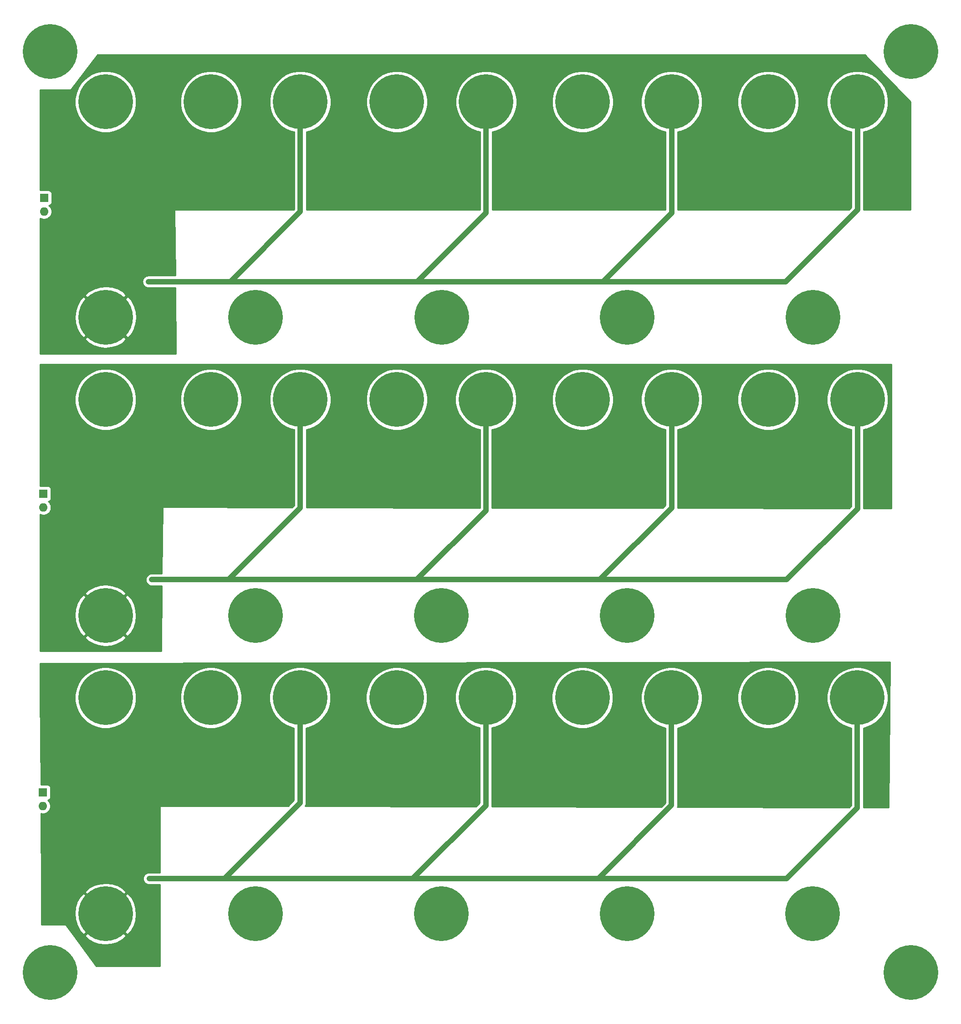
<source format=gbr>
%TF.GenerationSoftware,KiCad,Pcbnew,(5.1.9)-1*%
%TF.CreationDate,2021-07-25T11:44:51+02:00*%
%TF.ProjectId,RelayControls-HPK,52656c61-7943-46f6-9e74-726f6c732d48,V0.1*%
%TF.SameCoordinates,Original*%
%TF.FileFunction,Copper,L2,Bot*%
%TF.FilePolarity,Positive*%
%FSLAX46Y46*%
G04 Gerber Fmt 4.6, Leading zero omitted, Abs format (unit mm)*
G04 Created by KiCad (PCBNEW (5.1.9)-1) date 2021-07-25 11:44:51*
%MOMM*%
%LPD*%
G01*
G04 APERTURE LIST*
%TA.AperFunction,ComponentPad*%
%ADD10R,1.600000X1.600000*%
%TD*%
%TA.AperFunction,ComponentPad*%
%ADD11O,1.600000X1.600000*%
%TD*%
%TA.AperFunction,ComponentPad*%
%ADD12C,10.160000*%
%TD*%
%TA.AperFunction,ViaPad*%
%ADD13C,0.800000*%
%TD*%
%TA.AperFunction,Conductor*%
%ADD14C,1.000000*%
%TD*%
%TA.AperFunction,Conductor*%
%ADD15C,0.254000*%
%TD*%
%TA.AperFunction,Conductor*%
%ADD16C,0.100000*%
%TD*%
G04 APERTURE END LIST*
D10*
%TO.P,D2,1*%
%TO.N,Net-(D2-Pad1)*%
X26850000Y-56200000D03*
D11*
%TO.P,D2,2*%
%TO.N,R1+*%
X26850000Y-58740000D03*
%TD*%
%TO.P,D4,2*%
%TO.N,R2+*%
X26743629Y-113665000D03*
D10*
%TO.P,D4,1*%
%TO.N,Net-(D4-Pad1)*%
X26743629Y-111125000D03*
%TD*%
%TO.P,D6,1*%
%TO.N,Net-(D6-Pad1)*%
X26638629Y-166600000D03*
D11*
%TO.P,D6,2*%
%TO.N,R3+*%
X26638629Y-169140000D03*
%TD*%
D12*
%TO.P,J1,1*%
%TO.N,Net-(J1-Pad1)*%
X28000000Y-29000000D03*
%TD*%
%TO.P,J2,1*%
%TO.N,Net-(J2-Pad1)*%
X188000000Y-200000000D03*
%TD*%
%TO.P,J3,1*%
%TO.N,R1-*%
X38300000Y-78350000D03*
%TD*%
%TO.P,J4,1*%
%TO.N,COM1*%
X66200000Y-78350000D03*
%TD*%
%TO.P,J5,1*%
%TO.N,COM1*%
X135250000Y-78375000D03*
%TD*%
%TO.P,J6,1*%
%TO.N,COM1*%
X100750000Y-78350000D03*
%TD*%
%TO.P,J7,1*%
%TO.N,COM1*%
X169775000Y-78375000D03*
%TD*%
%TO.P,J8,1*%
%TO.N,Net-(D1-Pad1)*%
X38300000Y-38350000D03*
%TD*%
%TO.P,J9,1*%
%TO.N,NO1*%
X74475000Y-38350000D03*
%TD*%
%TO.P,J10,1*%
%TO.N,NC1*%
X57900000Y-38350000D03*
%TD*%
%TO.P,J11,1*%
%TO.N,NO1*%
X143525000Y-38355000D03*
%TD*%
%TO.P,J12,1*%
%TO.N,NC1*%
X126970000Y-38355000D03*
%TD*%
%TO.P,J13,1*%
%TO.N,NO1*%
X109040000Y-38355000D03*
%TD*%
%TO.P,J14,1*%
%TO.N,NC1*%
X92445000Y-38355000D03*
%TD*%
%TO.P,J15,1*%
%TO.N,NO1*%
X178070000Y-38350000D03*
%TD*%
%TO.P,J16,1*%
%TO.N,NC1*%
X161495000Y-38350000D03*
%TD*%
%TO.P,J17,1*%
%TO.N,R2-*%
X38275000Y-133750000D03*
%TD*%
%TO.P,J18,1*%
%TO.N,COM2*%
X135252500Y-133750000D03*
%TD*%
%TO.P,J19,1*%
%TO.N,COM2*%
X66182500Y-133750000D03*
%TD*%
%TO.P,J20,1*%
%TO.N,COM2*%
X100700000Y-133750000D03*
%TD*%
%TO.P,J21,1*%
%TO.N,COM2*%
X169777500Y-133750000D03*
%TD*%
%TO.P,J22,1*%
%TO.N,Net-(D3-Pad1)*%
X38300000Y-93645000D03*
%TD*%
%TO.P,J23,1*%
%TO.N,NO2*%
X143525000Y-93645000D03*
%TD*%
%TO.P,J24,1*%
%TO.N,NC2*%
X126970000Y-93645000D03*
%TD*%
%TO.P,J25,1*%
%TO.N,NO2*%
X74475000Y-93645000D03*
%TD*%
%TO.P,J26,1*%
%TO.N,NC2*%
X57900000Y-93645000D03*
%TD*%
%TO.P,J27,1*%
%TO.N,NO2*%
X109000000Y-93645000D03*
%TD*%
%TO.P,J28,1*%
%TO.N,NC2*%
X92425000Y-93645000D03*
%TD*%
%TO.P,J29,1*%
%TO.N,NO2*%
X178070000Y-93645000D03*
%TD*%
%TO.P,J30,1*%
%TO.N,NC2*%
X161495000Y-93645000D03*
%TD*%
%TO.P,J31,1*%
%TO.N,R3-*%
X38275000Y-189155000D03*
%TD*%
%TO.P,J32,1*%
%TO.N,COM3*%
X135227500Y-189155000D03*
%TD*%
%TO.P,J33,1*%
%TO.N,COM3*%
X66157500Y-189155000D03*
%TD*%
%TO.P,J34,1*%
%TO.N,COM3*%
X100682500Y-189155000D03*
%TD*%
%TO.P,J35,1*%
%TO.N,COM3*%
X169752500Y-189155000D03*
%TD*%
%TO.P,J36,1*%
%TO.N,Net-(D5-Pad1)*%
X38275000Y-149025000D03*
%TD*%
%TO.P,J37,1*%
%TO.N,NO3*%
X143500000Y-149025000D03*
%TD*%
%TO.P,J38,1*%
%TO.N,NC3*%
X126945000Y-149025000D03*
%TD*%
%TO.P,J39,1*%
%TO.N,NO3*%
X74450000Y-149025000D03*
%TD*%
%TO.P,J40,1*%
%TO.N,NC3*%
X57875000Y-149025000D03*
%TD*%
%TO.P,J41,1*%
%TO.N,NO3*%
X108975000Y-149000000D03*
%TD*%
%TO.P,J42,1*%
%TO.N,NC3*%
X92400000Y-149025000D03*
%TD*%
%TO.P,J43,1*%
%TO.N,NO3*%
X178045000Y-149025000D03*
%TD*%
%TO.P,J44,1*%
%TO.N,NC3*%
X161470000Y-149025000D03*
%TD*%
%TO.P,J45,1*%
%TO.N,Net-(J1-Pad1)*%
X188000000Y-29000000D03*
%TD*%
%TO.P,J46,1*%
%TO.N,Net-(J2-Pad1)*%
X28000000Y-200000000D03*
%TD*%
D13*
%TO.N,R1-*%
X32000000Y-64250000D03*
X27500000Y-50000000D03*
X48250000Y-34750000D03*
X50750000Y-34750000D03*
X65000000Y-34750000D03*
X67500000Y-34750000D03*
X83000000Y-34750000D03*
X85500000Y-34750000D03*
X99500000Y-34750000D03*
X102000000Y-34750000D03*
X117250000Y-34750000D03*
X119750000Y-34750000D03*
X134000000Y-34750000D03*
X136500000Y-34750000D03*
X151750000Y-34750000D03*
X154500000Y-34750000D03*
X168500000Y-34750000D03*
X171000000Y-34750000D03*
%TO.N,NO1*%
X46245001Y-71754999D03*
%TO.N,R2-*%
X27250000Y-105250000D03*
X31500000Y-119500000D03*
X48750000Y-90500000D03*
X51250000Y-90500000D03*
X64750000Y-90500000D03*
X67500000Y-90500000D03*
X83250000Y-90500000D03*
X85750000Y-90500000D03*
X99500000Y-90500000D03*
X102250000Y-90500000D03*
X117750000Y-90500000D03*
X120250000Y-90500000D03*
X134000000Y-90500000D03*
X136750000Y-90500000D03*
X152250000Y-90500000D03*
X154750000Y-90500000D03*
X168500000Y-90500000D03*
X171500000Y-90500000D03*
%TO.N,NO2*%
X46900000Y-127100000D03*
%TO.N,R3-*%
X31500000Y-175000000D03*
X27250000Y-160500000D03*
X171250000Y-145750000D03*
X168500000Y-145750000D03*
X154750000Y-145750000D03*
X152000000Y-145750000D03*
X136750000Y-145750000D03*
X133750000Y-145750000D03*
X120250000Y-145750000D03*
X117500000Y-145750000D03*
X102000000Y-145750000D03*
X99250000Y-145750000D03*
X85750000Y-145750000D03*
X82750000Y-145750000D03*
X67500000Y-145750000D03*
X64750000Y-145750000D03*
X51000000Y-145750000D03*
X48750000Y-145750000D03*
%TO.N,NO3*%
X46400000Y-182600000D03*
%TD*%
D14*
%TO.N,NO1*%
X46245001Y-71754999D02*
X61495001Y-71754999D01*
X74475000Y-58775000D02*
X74475000Y-38350000D01*
X61495001Y-71754999D02*
X74475000Y-58775000D01*
X61495001Y-71754999D02*
X96245001Y-71754999D01*
X109040000Y-58960000D02*
X109040000Y-38355000D01*
X96245001Y-71754999D02*
X109040000Y-58960000D01*
X96245001Y-71754999D02*
X130745001Y-71754999D01*
X143525000Y-58975000D02*
X143525000Y-38355000D01*
X130745001Y-71754999D02*
X143525000Y-58975000D01*
X130745001Y-71754999D02*
X164745001Y-71754999D01*
X164745001Y-71754999D02*
X178070000Y-58430000D01*
X178070000Y-58430000D02*
X178070000Y-38350000D01*
%TO.N,NO2*%
X46900000Y-127100000D02*
X61150000Y-127100000D01*
X74475000Y-113775000D02*
X74475000Y-93645000D01*
X61150000Y-127100000D02*
X74475000Y-113775000D01*
X61150000Y-127100000D02*
X96150000Y-127100000D01*
X109000000Y-114250000D02*
X109000000Y-93645000D01*
X96150000Y-127100000D02*
X109000000Y-114250000D01*
X96150000Y-127100000D02*
X130150000Y-127100000D01*
X143525000Y-113725000D02*
X143525000Y-93645000D01*
X130150000Y-127100000D02*
X143525000Y-113725000D01*
X130150000Y-127100000D02*
X164900000Y-127100000D01*
X178070000Y-113930000D02*
X178070000Y-93645000D01*
X164900000Y-127100000D02*
X178070000Y-113930000D01*
%TO.N,NO3*%
X74450000Y-168550000D02*
X74450000Y-149025000D01*
X60400000Y-182600000D02*
X74450000Y-168550000D01*
X46400000Y-182600000D02*
X60400000Y-182600000D01*
X60400000Y-182600000D02*
X95400000Y-182600000D01*
X108975000Y-169025000D02*
X108975000Y-149000000D01*
X95400000Y-182600000D02*
X108975000Y-169025000D01*
X95400000Y-182600000D02*
X129900000Y-182600000D01*
X143500000Y-169000000D02*
X143500000Y-149025000D01*
X129900000Y-182600000D02*
X143500000Y-169000000D01*
X129900000Y-182600000D02*
X164900000Y-182600000D01*
X178045000Y-169455000D02*
X178045000Y-149025000D01*
X164900000Y-182600000D02*
X178045000Y-169455000D01*
%TD*%
D15*
%TO.N,R3-*%
X183874162Y-169372767D02*
X179180000Y-169364106D01*
X179180000Y-154626198D01*
X179712004Y-154520375D01*
X180752067Y-154089567D01*
X181688100Y-153464130D01*
X182484130Y-152668100D01*
X183109567Y-151732067D01*
X183540375Y-150692004D01*
X183760000Y-149587878D01*
X183760000Y-148462122D01*
X183540375Y-147357996D01*
X183109567Y-146317933D01*
X182484130Y-145381900D01*
X181688100Y-144585870D01*
X180752067Y-143960433D01*
X179712004Y-143529625D01*
X178607878Y-143310000D01*
X177482122Y-143310000D01*
X176377996Y-143529625D01*
X175337933Y-143960433D01*
X174401900Y-144585870D01*
X173605870Y-145381900D01*
X172980433Y-146317933D01*
X172549625Y-147357996D01*
X172330000Y-148462122D01*
X172330000Y-149587878D01*
X172549625Y-150692004D01*
X172980433Y-151732067D01*
X173605870Y-152668100D01*
X174401900Y-153464130D01*
X175337933Y-154089567D01*
X176377996Y-154520375D01*
X176910001Y-154626198D01*
X176910000Y-168984868D01*
X176535641Y-169359227D01*
X144594977Y-169300296D01*
X144618577Y-169222499D01*
X144635000Y-169055752D01*
X144635000Y-169055743D01*
X144640490Y-169000001D01*
X144635000Y-168944259D01*
X144635000Y-154626198D01*
X145167004Y-154520375D01*
X146207067Y-154089567D01*
X147143100Y-153464130D01*
X147939130Y-152668100D01*
X148564567Y-151732067D01*
X148995375Y-150692004D01*
X149215000Y-149587878D01*
X149215000Y-148462122D01*
X155755000Y-148462122D01*
X155755000Y-149587878D01*
X155974625Y-150692004D01*
X156405433Y-151732067D01*
X157030870Y-152668100D01*
X157826900Y-153464130D01*
X158762933Y-154089567D01*
X159802996Y-154520375D01*
X160907122Y-154740000D01*
X162032878Y-154740000D01*
X163137004Y-154520375D01*
X164177067Y-154089567D01*
X165113100Y-153464130D01*
X165909130Y-152668100D01*
X166534567Y-151732067D01*
X166965375Y-150692004D01*
X167185000Y-149587878D01*
X167185000Y-148462122D01*
X166965375Y-147357996D01*
X166534567Y-146317933D01*
X165909130Y-145381900D01*
X165113100Y-144585870D01*
X164177067Y-143960433D01*
X163137004Y-143529625D01*
X162032878Y-143310000D01*
X160907122Y-143310000D01*
X159802996Y-143529625D01*
X158762933Y-143960433D01*
X157826900Y-144585870D01*
X157030870Y-145381900D01*
X156405433Y-146317933D01*
X155974625Y-147357996D01*
X155755000Y-148462122D01*
X149215000Y-148462122D01*
X148995375Y-147357996D01*
X148564567Y-146317933D01*
X147939130Y-145381900D01*
X147143100Y-144585870D01*
X146207067Y-143960433D01*
X145167004Y-143529625D01*
X144062878Y-143310000D01*
X142937122Y-143310000D01*
X141832996Y-143529625D01*
X140792933Y-143960433D01*
X139856900Y-144585870D01*
X139060870Y-145381900D01*
X138435433Y-146317933D01*
X138004625Y-147357996D01*
X137785000Y-148462122D01*
X137785000Y-149587878D01*
X138004625Y-150692004D01*
X138435433Y-151732067D01*
X139060870Y-152668100D01*
X139856900Y-153464130D01*
X140792933Y-154089567D01*
X141832996Y-154520375D01*
X142365001Y-154626198D01*
X142365000Y-168529868D01*
X141600097Y-169294771D01*
X110094646Y-169236643D01*
X110110000Y-169080752D01*
X110110000Y-169080751D01*
X110115491Y-169025001D01*
X110110000Y-168969249D01*
X110110000Y-154601198D01*
X110642004Y-154495375D01*
X111682067Y-154064567D01*
X112618100Y-153439130D01*
X113414130Y-152643100D01*
X114039567Y-151707067D01*
X114470375Y-150667004D01*
X114690000Y-149562878D01*
X114690000Y-148462122D01*
X121230000Y-148462122D01*
X121230000Y-149587878D01*
X121449625Y-150692004D01*
X121880433Y-151732067D01*
X122505870Y-152668100D01*
X123301900Y-153464130D01*
X124237933Y-154089567D01*
X125277996Y-154520375D01*
X126382122Y-154740000D01*
X127507878Y-154740000D01*
X128612004Y-154520375D01*
X129652067Y-154089567D01*
X130588100Y-153464130D01*
X131384130Y-152668100D01*
X132009567Y-151732067D01*
X132440375Y-150692004D01*
X132660000Y-149587878D01*
X132660000Y-148462122D01*
X132440375Y-147357996D01*
X132009567Y-146317933D01*
X131384130Y-145381900D01*
X130588100Y-144585870D01*
X129652067Y-143960433D01*
X128612004Y-143529625D01*
X127507878Y-143310000D01*
X126382122Y-143310000D01*
X125277996Y-143529625D01*
X124237933Y-143960433D01*
X123301900Y-144585870D01*
X122505870Y-145381900D01*
X121880433Y-146317933D01*
X121449625Y-147357996D01*
X121230000Y-148462122D01*
X114690000Y-148462122D01*
X114690000Y-148437122D01*
X114470375Y-147332996D01*
X114039567Y-146292933D01*
X113414130Y-145356900D01*
X112618100Y-144560870D01*
X111682067Y-143935433D01*
X110642004Y-143504625D01*
X109537878Y-143285000D01*
X108412122Y-143285000D01*
X107307996Y-143504625D01*
X106267933Y-143935433D01*
X105331900Y-144560870D01*
X104535870Y-145356900D01*
X103910433Y-146292933D01*
X103479625Y-147332996D01*
X103260000Y-148437122D01*
X103260000Y-149562878D01*
X103479625Y-150667004D01*
X103910433Y-151707067D01*
X104535870Y-152643100D01*
X105331900Y-153439130D01*
X106267933Y-154064567D01*
X107307996Y-154495375D01*
X107840001Y-154601198D01*
X107840000Y-168554868D01*
X107163633Y-169231235D01*
X75404155Y-169172638D01*
X75503676Y-168986447D01*
X75568577Y-168772499D01*
X75590491Y-168550000D01*
X75585000Y-168494248D01*
X75585000Y-154626198D01*
X76117004Y-154520375D01*
X77157067Y-154089567D01*
X78093100Y-153464130D01*
X78889130Y-152668100D01*
X79514567Y-151732067D01*
X79945375Y-150692004D01*
X80165000Y-149587878D01*
X80165000Y-148462122D01*
X86685000Y-148462122D01*
X86685000Y-149587878D01*
X86904625Y-150692004D01*
X87335433Y-151732067D01*
X87960870Y-152668100D01*
X88756900Y-153464130D01*
X89692933Y-154089567D01*
X90732996Y-154520375D01*
X91837122Y-154740000D01*
X92962878Y-154740000D01*
X94067004Y-154520375D01*
X95107067Y-154089567D01*
X96043100Y-153464130D01*
X96839130Y-152668100D01*
X97464567Y-151732067D01*
X97895375Y-150692004D01*
X98115000Y-149587878D01*
X98115000Y-148462122D01*
X97895375Y-147357996D01*
X97464567Y-146317933D01*
X96839130Y-145381900D01*
X96043100Y-144585870D01*
X95107067Y-143960433D01*
X94067004Y-143529625D01*
X92962878Y-143310000D01*
X91837122Y-143310000D01*
X90732996Y-143529625D01*
X89692933Y-143960433D01*
X88756900Y-144585870D01*
X87960870Y-145381900D01*
X87335433Y-146317933D01*
X86904625Y-147357996D01*
X86685000Y-148462122D01*
X80165000Y-148462122D01*
X79945375Y-147357996D01*
X79514567Y-146317933D01*
X78889130Y-145381900D01*
X78093100Y-144585870D01*
X77157067Y-143960433D01*
X76117004Y-143529625D01*
X75012878Y-143310000D01*
X73887122Y-143310000D01*
X72782996Y-143529625D01*
X71742933Y-143960433D01*
X70806900Y-144585870D01*
X70010870Y-145381900D01*
X69385433Y-146317933D01*
X68954625Y-147357996D01*
X68735000Y-148462122D01*
X68735000Y-149587878D01*
X68954625Y-150692004D01*
X69385433Y-151732067D01*
X70010870Y-152668100D01*
X70806900Y-153464130D01*
X71742933Y-154089567D01*
X72782996Y-154520375D01*
X73315001Y-154626198D01*
X73315000Y-168079867D01*
X72228089Y-169166778D01*
X48500234Y-169123000D01*
X48475453Y-169125395D01*
X48451616Y-169132578D01*
X48429638Y-169144273D01*
X48410363Y-169160032D01*
X48394534Y-169179248D01*
X48382757Y-169201183D01*
X48375486Y-169224994D01*
X48373000Y-169250000D01*
X48373000Y-181465000D01*
X46344248Y-181465000D01*
X46177501Y-181481423D01*
X45963553Y-181546324D01*
X45766377Y-181651716D01*
X45593551Y-181793551D01*
X45451716Y-181966377D01*
X45346324Y-182163553D01*
X45281423Y-182377501D01*
X45259509Y-182600000D01*
X45281423Y-182822499D01*
X45346324Y-183036447D01*
X45451716Y-183233623D01*
X45593551Y-183406449D01*
X45766377Y-183548284D01*
X45963553Y-183653676D01*
X46177501Y-183718577D01*
X46344248Y-183735000D01*
X48373000Y-183735000D01*
X48373000Y-198873000D01*
X36563912Y-198873000D01*
X32349122Y-193192196D01*
X34417409Y-193192196D01*
X35003124Y-193874416D01*
X35986704Y-194422045D01*
X37058223Y-194767265D01*
X38176501Y-194896808D01*
X39298565Y-194805697D01*
X40381294Y-194497433D01*
X41383079Y-193983863D01*
X41546876Y-193874416D01*
X42132591Y-193192196D01*
X38275000Y-189334605D01*
X34417409Y-193192196D01*
X32349122Y-193192196D01*
X30851993Y-191174327D01*
X30835271Y-191155884D01*
X30815271Y-191141056D01*
X30792763Y-191130416D01*
X30768612Y-191124371D01*
X30750000Y-191123000D01*
X26376350Y-191123000D01*
X26365753Y-189056501D01*
X32533192Y-189056501D01*
X32624303Y-190178565D01*
X32932567Y-191261294D01*
X33446137Y-192263079D01*
X33555584Y-192426876D01*
X34237804Y-193012591D01*
X38095395Y-189155000D01*
X38454605Y-189155000D01*
X42312196Y-193012591D01*
X42994416Y-192426876D01*
X43542045Y-191443296D01*
X43887265Y-190371777D01*
X44016808Y-189253499D01*
X43925697Y-188131435D01*
X43617433Y-187048706D01*
X43103863Y-186046921D01*
X42994416Y-185883124D01*
X42312196Y-185297409D01*
X38454605Y-189155000D01*
X38095395Y-189155000D01*
X34237804Y-185297409D01*
X33555584Y-185883124D01*
X33007955Y-186866704D01*
X32662735Y-187938223D01*
X32533192Y-189056501D01*
X26365753Y-189056501D01*
X26345555Y-185117804D01*
X34417409Y-185117804D01*
X38275000Y-188975395D01*
X42132591Y-185117804D01*
X41546876Y-184435584D01*
X40563296Y-183887955D01*
X39491777Y-183542735D01*
X38373499Y-183413192D01*
X37251435Y-183504303D01*
X36168706Y-183812567D01*
X35166921Y-184326137D01*
X35003124Y-184435584D01*
X34417409Y-185117804D01*
X26345555Y-185117804D01*
X26270745Y-170529936D01*
X26497294Y-170575000D01*
X26779964Y-170575000D01*
X27057203Y-170519853D01*
X27318356Y-170411680D01*
X27553388Y-170254637D01*
X27753266Y-170054759D01*
X27910309Y-169819727D01*
X28018482Y-169558574D01*
X28073629Y-169281335D01*
X28073629Y-168998665D01*
X28018482Y-168721426D01*
X27910309Y-168460273D01*
X27753266Y-168225241D01*
X27554668Y-168026643D01*
X27563111Y-168025812D01*
X27682809Y-167989502D01*
X27793123Y-167930537D01*
X27889814Y-167851185D01*
X27969166Y-167754494D01*
X28028131Y-167644180D01*
X28064441Y-167524482D01*
X28076701Y-167400000D01*
X28076701Y-165800000D01*
X28064441Y-165675518D01*
X28028131Y-165555820D01*
X27969166Y-165445506D01*
X27889814Y-165348815D01*
X27793123Y-165269463D01*
X27682809Y-165210498D01*
X27563111Y-165174188D01*
X27438629Y-165161928D01*
X26243217Y-165161928D01*
X26157577Y-148462122D01*
X32560000Y-148462122D01*
X32560000Y-149587878D01*
X32779625Y-150692004D01*
X33210433Y-151732067D01*
X33835870Y-152668100D01*
X34631900Y-153464130D01*
X35567933Y-154089567D01*
X36607996Y-154520375D01*
X37712122Y-154740000D01*
X38837878Y-154740000D01*
X39942004Y-154520375D01*
X40982067Y-154089567D01*
X41918100Y-153464130D01*
X42714130Y-152668100D01*
X43339567Y-151732067D01*
X43770375Y-150692004D01*
X43990000Y-149587878D01*
X43990000Y-148462122D01*
X52160000Y-148462122D01*
X52160000Y-149587878D01*
X52379625Y-150692004D01*
X52810433Y-151732067D01*
X53435870Y-152668100D01*
X54231900Y-153464130D01*
X55167933Y-154089567D01*
X56207996Y-154520375D01*
X57312122Y-154740000D01*
X58437878Y-154740000D01*
X59542004Y-154520375D01*
X60582067Y-154089567D01*
X61518100Y-153464130D01*
X62314130Y-152668100D01*
X62939567Y-151732067D01*
X63370375Y-150692004D01*
X63590000Y-149587878D01*
X63590000Y-148462122D01*
X63370375Y-147357996D01*
X62939567Y-146317933D01*
X62314130Y-145381900D01*
X61518100Y-144585870D01*
X60582067Y-143960433D01*
X59542004Y-143529625D01*
X58437878Y-143310000D01*
X57312122Y-143310000D01*
X56207996Y-143529625D01*
X55167933Y-143960433D01*
X54231900Y-144585870D01*
X53435870Y-145381900D01*
X52810433Y-146317933D01*
X52379625Y-147357996D01*
X52160000Y-148462122D01*
X43990000Y-148462122D01*
X43770375Y-147357996D01*
X43339567Y-146317933D01*
X42714130Y-145381900D01*
X41918100Y-144585870D01*
X40982067Y-143960433D01*
X39942004Y-143529625D01*
X38837878Y-143310000D01*
X37712122Y-143310000D01*
X36607996Y-143529625D01*
X35567933Y-143960433D01*
X34631900Y-144585870D01*
X33835870Y-145381900D01*
X33210433Y-146317933D01*
X32779625Y-147357996D01*
X32560000Y-148462122D01*
X26157577Y-148462122D01*
X26127652Y-142626799D01*
X184121827Y-142377203D01*
X183874162Y-169372767D01*
%TA.AperFunction,Conductor*%
D16*
G36*
X183874162Y-169372767D02*
G01*
X179180000Y-169364106D01*
X179180000Y-154626198D01*
X179712004Y-154520375D01*
X180752067Y-154089567D01*
X181688100Y-153464130D01*
X182484130Y-152668100D01*
X183109567Y-151732067D01*
X183540375Y-150692004D01*
X183760000Y-149587878D01*
X183760000Y-148462122D01*
X183540375Y-147357996D01*
X183109567Y-146317933D01*
X182484130Y-145381900D01*
X181688100Y-144585870D01*
X180752067Y-143960433D01*
X179712004Y-143529625D01*
X178607878Y-143310000D01*
X177482122Y-143310000D01*
X176377996Y-143529625D01*
X175337933Y-143960433D01*
X174401900Y-144585870D01*
X173605870Y-145381900D01*
X172980433Y-146317933D01*
X172549625Y-147357996D01*
X172330000Y-148462122D01*
X172330000Y-149587878D01*
X172549625Y-150692004D01*
X172980433Y-151732067D01*
X173605870Y-152668100D01*
X174401900Y-153464130D01*
X175337933Y-154089567D01*
X176377996Y-154520375D01*
X176910001Y-154626198D01*
X176910000Y-168984868D01*
X176535641Y-169359227D01*
X144594977Y-169300296D01*
X144618577Y-169222499D01*
X144635000Y-169055752D01*
X144635000Y-169055743D01*
X144640490Y-169000001D01*
X144635000Y-168944259D01*
X144635000Y-154626198D01*
X145167004Y-154520375D01*
X146207067Y-154089567D01*
X147143100Y-153464130D01*
X147939130Y-152668100D01*
X148564567Y-151732067D01*
X148995375Y-150692004D01*
X149215000Y-149587878D01*
X149215000Y-148462122D01*
X155755000Y-148462122D01*
X155755000Y-149587878D01*
X155974625Y-150692004D01*
X156405433Y-151732067D01*
X157030870Y-152668100D01*
X157826900Y-153464130D01*
X158762933Y-154089567D01*
X159802996Y-154520375D01*
X160907122Y-154740000D01*
X162032878Y-154740000D01*
X163137004Y-154520375D01*
X164177067Y-154089567D01*
X165113100Y-153464130D01*
X165909130Y-152668100D01*
X166534567Y-151732067D01*
X166965375Y-150692004D01*
X167185000Y-149587878D01*
X167185000Y-148462122D01*
X166965375Y-147357996D01*
X166534567Y-146317933D01*
X165909130Y-145381900D01*
X165113100Y-144585870D01*
X164177067Y-143960433D01*
X163137004Y-143529625D01*
X162032878Y-143310000D01*
X160907122Y-143310000D01*
X159802996Y-143529625D01*
X158762933Y-143960433D01*
X157826900Y-144585870D01*
X157030870Y-145381900D01*
X156405433Y-146317933D01*
X155974625Y-147357996D01*
X155755000Y-148462122D01*
X149215000Y-148462122D01*
X148995375Y-147357996D01*
X148564567Y-146317933D01*
X147939130Y-145381900D01*
X147143100Y-144585870D01*
X146207067Y-143960433D01*
X145167004Y-143529625D01*
X144062878Y-143310000D01*
X142937122Y-143310000D01*
X141832996Y-143529625D01*
X140792933Y-143960433D01*
X139856900Y-144585870D01*
X139060870Y-145381900D01*
X138435433Y-146317933D01*
X138004625Y-147357996D01*
X137785000Y-148462122D01*
X137785000Y-149587878D01*
X138004625Y-150692004D01*
X138435433Y-151732067D01*
X139060870Y-152668100D01*
X139856900Y-153464130D01*
X140792933Y-154089567D01*
X141832996Y-154520375D01*
X142365001Y-154626198D01*
X142365000Y-168529868D01*
X141600097Y-169294771D01*
X110094646Y-169236643D01*
X110110000Y-169080752D01*
X110110000Y-169080751D01*
X110115491Y-169025001D01*
X110110000Y-168969249D01*
X110110000Y-154601198D01*
X110642004Y-154495375D01*
X111682067Y-154064567D01*
X112618100Y-153439130D01*
X113414130Y-152643100D01*
X114039567Y-151707067D01*
X114470375Y-150667004D01*
X114690000Y-149562878D01*
X114690000Y-148462122D01*
X121230000Y-148462122D01*
X121230000Y-149587878D01*
X121449625Y-150692004D01*
X121880433Y-151732067D01*
X122505870Y-152668100D01*
X123301900Y-153464130D01*
X124237933Y-154089567D01*
X125277996Y-154520375D01*
X126382122Y-154740000D01*
X127507878Y-154740000D01*
X128612004Y-154520375D01*
X129652067Y-154089567D01*
X130588100Y-153464130D01*
X131384130Y-152668100D01*
X132009567Y-151732067D01*
X132440375Y-150692004D01*
X132660000Y-149587878D01*
X132660000Y-148462122D01*
X132440375Y-147357996D01*
X132009567Y-146317933D01*
X131384130Y-145381900D01*
X130588100Y-144585870D01*
X129652067Y-143960433D01*
X128612004Y-143529625D01*
X127507878Y-143310000D01*
X126382122Y-143310000D01*
X125277996Y-143529625D01*
X124237933Y-143960433D01*
X123301900Y-144585870D01*
X122505870Y-145381900D01*
X121880433Y-146317933D01*
X121449625Y-147357996D01*
X121230000Y-148462122D01*
X114690000Y-148462122D01*
X114690000Y-148437122D01*
X114470375Y-147332996D01*
X114039567Y-146292933D01*
X113414130Y-145356900D01*
X112618100Y-144560870D01*
X111682067Y-143935433D01*
X110642004Y-143504625D01*
X109537878Y-143285000D01*
X108412122Y-143285000D01*
X107307996Y-143504625D01*
X106267933Y-143935433D01*
X105331900Y-144560870D01*
X104535870Y-145356900D01*
X103910433Y-146292933D01*
X103479625Y-147332996D01*
X103260000Y-148437122D01*
X103260000Y-149562878D01*
X103479625Y-150667004D01*
X103910433Y-151707067D01*
X104535870Y-152643100D01*
X105331900Y-153439130D01*
X106267933Y-154064567D01*
X107307996Y-154495375D01*
X107840001Y-154601198D01*
X107840000Y-168554868D01*
X107163633Y-169231235D01*
X75404155Y-169172638D01*
X75503676Y-168986447D01*
X75568577Y-168772499D01*
X75590491Y-168550000D01*
X75585000Y-168494248D01*
X75585000Y-154626198D01*
X76117004Y-154520375D01*
X77157067Y-154089567D01*
X78093100Y-153464130D01*
X78889130Y-152668100D01*
X79514567Y-151732067D01*
X79945375Y-150692004D01*
X80165000Y-149587878D01*
X80165000Y-148462122D01*
X86685000Y-148462122D01*
X86685000Y-149587878D01*
X86904625Y-150692004D01*
X87335433Y-151732067D01*
X87960870Y-152668100D01*
X88756900Y-153464130D01*
X89692933Y-154089567D01*
X90732996Y-154520375D01*
X91837122Y-154740000D01*
X92962878Y-154740000D01*
X94067004Y-154520375D01*
X95107067Y-154089567D01*
X96043100Y-153464130D01*
X96839130Y-152668100D01*
X97464567Y-151732067D01*
X97895375Y-150692004D01*
X98115000Y-149587878D01*
X98115000Y-148462122D01*
X97895375Y-147357996D01*
X97464567Y-146317933D01*
X96839130Y-145381900D01*
X96043100Y-144585870D01*
X95107067Y-143960433D01*
X94067004Y-143529625D01*
X92962878Y-143310000D01*
X91837122Y-143310000D01*
X90732996Y-143529625D01*
X89692933Y-143960433D01*
X88756900Y-144585870D01*
X87960870Y-145381900D01*
X87335433Y-146317933D01*
X86904625Y-147357996D01*
X86685000Y-148462122D01*
X80165000Y-148462122D01*
X79945375Y-147357996D01*
X79514567Y-146317933D01*
X78889130Y-145381900D01*
X78093100Y-144585870D01*
X77157067Y-143960433D01*
X76117004Y-143529625D01*
X75012878Y-143310000D01*
X73887122Y-143310000D01*
X72782996Y-143529625D01*
X71742933Y-143960433D01*
X70806900Y-144585870D01*
X70010870Y-145381900D01*
X69385433Y-146317933D01*
X68954625Y-147357996D01*
X68735000Y-148462122D01*
X68735000Y-149587878D01*
X68954625Y-150692004D01*
X69385433Y-151732067D01*
X70010870Y-152668100D01*
X70806900Y-153464130D01*
X71742933Y-154089567D01*
X72782996Y-154520375D01*
X73315001Y-154626198D01*
X73315000Y-168079867D01*
X72228089Y-169166778D01*
X48500234Y-169123000D01*
X48475453Y-169125395D01*
X48451616Y-169132578D01*
X48429638Y-169144273D01*
X48410363Y-169160032D01*
X48394534Y-169179248D01*
X48382757Y-169201183D01*
X48375486Y-169224994D01*
X48373000Y-169250000D01*
X48373000Y-181465000D01*
X46344248Y-181465000D01*
X46177501Y-181481423D01*
X45963553Y-181546324D01*
X45766377Y-181651716D01*
X45593551Y-181793551D01*
X45451716Y-181966377D01*
X45346324Y-182163553D01*
X45281423Y-182377501D01*
X45259509Y-182600000D01*
X45281423Y-182822499D01*
X45346324Y-183036447D01*
X45451716Y-183233623D01*
X45593551Y-183406449D01*
X45766377Y-183548284D01*
X45963553Y-183653676D01*
X46177501Y-183718577D01*
X46344248Y-183735000D01*
X48373000Y-183735000D01*
X48373000Y-198873000D01*
X36563912Y-198873000D01*
X32349122Y-193192196D01*
X34417409Y-193192196D01*
X35003124Y-193874416D01*
X35986704Y-194422045D01*
X37058223Y-194767265D01*
X38176501Y-194896808D01*
X39298565Y-194805697D01*
X40381294Y-194497433D01*
X41383079Y-193983863D01*
X41546876Y-193874416D01*
X42132591Y-193192196D01*
X38275000Y-189334605D01*
X34417409Y-193192196D01*
X32349122Y-193192196D01*
X30851993Y-191174327D01*
X30835271Y-191155884D01*
X30815271Y-191141056D01*
X30792763Y-191130416D01*
X30768612Y-191124371D01*
X30750000Y-191123000D01*
X26376350Y-191123000D01*
X26365753Y-189056501D01*
X32533192Y-189056501D01*
X32624303Y-190178565D01*
X32932567Y-191261294D01*
X33446137Y-192263079D01*
X33555584Y-192426876D01*
X34237804Y-193012591D01*
X38095395Y-189155000D01*
X38454605Y-189155000D01*
X42312196Y-193012591D01*
X42994416Y-192426876D01*
X43542045Y-191443296D01*
X43887265Y-190371777D01*
X44016808Y-189253499D01*
X43925697Y-188131435D01*
X43617433Y-187048706D01*
X43103863Y-186046921D01*
X42994416Y-185883124D01*
X42312196Y-185297409D01*
X38454605Y-189155000D01*
X38095395Y-189155000D01*
X34237804Y-185297409D01*
X33555584Y-185883124D01*
X33007955Y-186866704D01*
X32662735Y-187938223D01*
X32533192Y-189056501D01*
X26365753Y-189056501D01*
X26345555Y-185117804D01*
X34417409Y-185117804D01*
X38275000Y-188975395D01*
X42132591Y-185117804D01*
X41546876Y-184435584D01*
X40563296Y-183887955D01*
X39491777Y-183542735D01*
X38373499Y-183413192D01*
X37251435Y-183504303D01*
X36168706Y-183812567D01*
X35166921Y-184326137D01*
X35003124Y-184435584D01*
X34417409Y-185117804D01*
X26345555Y-185117804D01*
X26270745Y-170529936D01*
X26497294Y-170575000D01*
X26779964Y-170575000D01*
X27057203Y-170519853D01*
X27318356Y-170411680D01*
X27553388Y-170254637D01*
X27753266Y-170054759D01*
X27910309Y-169819727D01*
X28018482Y-169558574D01*
X28073629Y-169281335D01*
X28073629Y-168998665D01*
X28018482Y-168721426D01*
X27910309Y-168460273D01*
X27753266Y-168225241D01*
X27554668Y-168026643D01*
X27563111Y-168025812D01*
X27682809Y-167989502D01*
X27793123Y-167930537D01*
X27889814Y-167851185D01*
X27969166Y-167754494D01*
X28028131Y-167644180D01*
X28064441Y-167524482D01*
X28076701Y-167400000D01*
X28076701Y-165800000D01*
X28064441Y-165675518D01*
X28028131Y-165555820D01*
X27969166Y-165445506D01*
X27889814Y-165348815D01*
X27793123Y-165269463D01*
X27682809Y-165210498D01*
X27563111Y-165174188D01*
X27438629Y-165161928D01*
X26243217Y-165161928D01*
X26157577Y-148462122D01*
X32560000Y-148462122D01*
X32560000Y-149587878D01*
X32779625Y-150692004D01*
X33210433Y-151732067D01*
X33835870Y-152668100D01*
X34631900Y-153464130D01*
X35567933Y-154089567D01*
X36607996Y-154520375D01*
X37712122Y-154740000D01*
X38837878Y-154740000D01*
X39942004Y-154520375D01*
X40982067Y-154089567D01*
X41918100Y-153464130D01*
X42714130Y-152668100D01*
X43339567Y-151732067D01*
X43770375Y-150692004D01*
X43990000Y-149587878D01*
X43990000Y-148462122D01*
X52160000Y-148462122D01*
X52160000Y-149587878D01*
X52379625Y-150692004D01*
X52810433Y-151732067D01*
X53435870Y-152668100D01*
X54231900Y-153464130D01*
X55167933Y-154089567D01*
X56207996Y-154520375D01*
X57312122Y-154740000D01*
X58437878Y-154740000D01*
X59542004Y-154520375D01*
X60582067Y-154089567D01*
X61518100Y-153464130D01*
X62314130Y-152668100D01*
X62939567Y-151732067D01*
X63370375Y-150692004D01*
X63590000Y-149587878D01*
X63590000Y-148462122D01*
X63370375Y-147357996D01*
X62939567Y-146317933D01*
X62314130Y-145381900D01*
X61518100Y-144585870D01*
X60582067Y-143960433D01*
X59542004Y-143529625D01*
X58437878Y-143310000D01*
X57312122Y-143310000D01*
X56207996Y-143529625D01*
X55167933Y-143960433D01*
X54231900Y-144585870D01*
X53435870Y-145381900D01*
X52810433Y-146317933D01*
X52379625Y-147357996D01*
X52160000Y-148462122D01*
X43990000Y-148462122D01*
X43770375Y-147357996D01*
X43339567Y-146317933D01*
X42714130Y-145381900D01*
X41918100Y-144585870D01*
X40982067Y-143960433D01*
X39942004Y-143529625D01*
X38837878Y-143310000D01*
X37712122Y-143310000D01*
X36607996Y-143529625D01*
X35567933Y-143960433D01*
X34631900Y-144585870D01*
X33835870Y-145381900D01*
X33210433Y-146317933D01*
X32779625Y-147357996D01*
X32560000Y-148462122D01*
X26157577Y-148462122D01*
X26127652Y-142626799D01*
X184121827Y-142377203D01*
X183874162Y-169372767D01*
G37*
%TD.AperFunction*%
%TD*%
D15*
%TO.N,R1-*%
X187873000Y-38301530D02*
X187873000Y-58373000D01*
X179205000Y-58373000D01*
X179205000Y-43951198D01*
X179737004Y-43845375D01*
X180777067Y-43414567D01*
X181713100Y-42789130D01*
X182509130Y-41993100D01*
X183134567Y-41057067D01*
X183565375Y-40017004D01*
X183785000Y-38912878D01*
X183785000Y-37787122D01*
X183565375Y-36682996D01*
X183134567Y-35642933D01*
X182509130Y-34706900D01*
X181713100Y-33910870D01*
X180777067Y-33285433D01*
X179737004Y-32854625D01*
X178632878Y-32635000D01*
X177507122Y-32635000D01*
X176402996Y-32854625D01*
X175362933Y-33285433D01*
X174426900Y-33910870D01*
X173630870Y-34706900D01*
X173005433Y-35642933D01*
X172574625Y-36682996D01*
X172355000Y-37787122D01*
X172355000Y-38912878D01*
X172574625Y-40017004D01*
X173005433Y-41057067D01*
X173630870Y-41993100D01*
X174426900Y-42789130D01*
X175362933Y-43414567D01*
X176402996Y-43845375D01*
X176935001Y-43951198D01*
X176935000Y-57959868D01*
X176521868Y-58373000D01*
X144660000Y-58373000D01*
X144660000Y-43956198D01*
X145192004Y-43850375D01*
X146232067Y-43419567D01*
X147168100Y-42794130D01*
X147964130Y-41998100D01*
X148589567Y-41062067D01*
X149020375Y-40022004D01*
X149240000Y-38917878D01*
X149240000Y-37792122D01*
X149239006Y-37787122D01*
X155780000Y-37787122D01*
X155780000Y-38912878D01*
X155999625Y-40017004D01*
X156430433Y-41057067D01*
X157055870Y-41993100D01*
X157851900Y-42789130D01*
X158787933Y-43414567D01*
X159827996Y-43845375D01*
X160932122Y-44065000D01*
X162057878Y-44065000D01*
X163162004Y-43845375D01*
X164202067Y-43414567D01*
X165138100Y-42789130D01*
X165934130Y-41993100D01*
X166559567Y-41057067D01*
X166990375Y-40017004D01*
X167210000Y-38912878D01*
X167210000Y-37787122D01*
X166990375Y-36682996D01*
X166559567Y-35642933D01*
X165934130Y-34706900D01*
X165138100Y-33910870D01*
X164202067Y-33285433D01*
X163162004Y-32854625D01*
X162057878Y-32635000D01*
X160932122Y-32635000D01*
X159827996Y-32854625D01*
X158787933Y-33285433D01*
X157851900Y-33910870D01*
X157055870Y-34706900D01*
X156430433Y-35642933D01*
X155999625Y-36682996D01*
X155780000Y-37787122D01*
X149239006Y-37787122D01*
X149020375Y-36687996D01*
X148589567Y-35647933D01*
X147964130Y-34711900D01*
X147168100Y-33915870D01*
X146232067Y-33290433D01*
X145192004Y-32859625D01*
X144087878Y-32640000D01*
X142962122Y-32640000D01*
X141857996Y-32859625D01*
X140817933Y-33290433D01*
X139881900Y-33915870D01*
X139085870Y-34711900D01*
X138460433Y-35647933D01*
X138029625Y-36687996D01*
X137810000Y-37792122D01*
X137810000Y-38917878D01*
X138029625Y-40022004D01*
X138460433Y-41062067D01*
X139085870Y-41998100D01*
X139881900Y-42794130D01*
X140817933Y-43419567D01*
X141857996Y-43850375D01*
X142390001Y-43956198D01*
X142390000Y-58373000D01*
X110175000Y-58373000D01*
X110175000Y-43956198D01*
X110707004Y-43850375D01*
X111747067Y-43419567D01*
X112683100Y-42794130D01*
X113479130Y-41998100D01*
X114104567Y-41062067D01*
X114535375Y-40022004D01*
X114755000Y-38917878D01*
X114755000Y-37792122D01*
X121255000Y-37792122D01*
X121255000Y-38917878D01*
X121474625Y-40022004D01*
X121905433Y-41062067D01*
X122530870Y-41998100D01*
X123326900Y-42794130D01*
X124262933Y-43419567D01*
X125302996Y-43850375D01*
X126407122Y-44070000D01*
X127532878Y-44070000D01*
X128637004Y-43850375D01*
X129677067Y-43419567D01*
X130613100Y-42794130D01*
X131409130Y-41998100D01*
X132034567Y-41062067D01*
X132465375Y-40022004D01*
X132685000Y-38917878D01*
X132685000Y-37792122D01*
X132465375Y-36687996D01*
X132034567Y-35647933D01*
X131409130Y-34711900D01*
X130613100Y-33915870D01*
X129677067Y-33290433D01*
X128637004Y-32859625D01*
X127532878Y-32640000D01*
X126407122Y-32640000D01*
X125302996Y-32859625D01*
X124262933Y-33290433D01*
X123326900Y-33915870D01*
X122530870Y-34711900D01*
X121905433Y-35647933D01*
X121474625Y-36687996D01*
X121255000Y-37792122D01*
X114755000Y-37792122D01*
X114535375Y-36687996D01*
X114104567Y-35647933D01*
X113479130Y-34711900D01*
X112683100Y-33915870D01*
X111747067Y-33290433D01*
X110707004Y-32859625D01*
X109602878Y-32640000D01*
X108477122Y-32640000D01*
X107372996Y-32859625D01*
X106332933Y-33290433D01*
X105396900Y-33915870D01*
X104600870Y-34711900D01*
X103975433Y-35647933D01*
X103544625Y-36687996D01*
X103325000Y-37792122D01*
X103325000Y-38917878D01*
X103544625Y-40022004D01*
X103975433Y-41062067D01*
X104600870Y-41998100D01*
X105396900Y-42794130D01*
X106332933Y-43419567D01*
X107372996Y-43850375D01*
X107905001Y-43956198D01*
X107905000Y-58373000D01*
X75610000Y-58373000D01*
X75610000Y-43951198D01*
X76142004Y-43845375D01*
X77182067Y-43414567D01*
X78118100Y-42789130D01*
X78914130Y-41993100D01*
X79539567Y-41057067D01*
X79970375Y-40017004D01*
X80190000Y-38912878D01*
X80190000Y-37792122D01*
X86730000Y-37792122D01*
X86730000Y-38917878D01*
X86949625Y-40022004D01*
X87380433Y-41062067D01*
X88005870Y-41998100D01*
X88801900Y-42794130D01*
X89737933Y-43419567D01*
X90777996Y-43850375D01*
X91882122Y-44070000D01*
X93007878Y-44070000D01*
X94112004Y-43850375D01*
X95152067Y-43419567D01*
X96088100Y-42794130D01*
X96884130Y-41998100D01*
X97509567Y-41062067D01*
X97940375Y-40022004D01*
X98160000Y-38917878D01*
X98160000Y-37792122D01*
X97940375Y-36687996D01*
X97509567Y-35647933D01*
X96884130Y-34711900D01*
X96088100Y-33915870D01*
X95152067Y-33290433D01*
X94112004Y-32859625D01*
X93007878Y-32640000D01*
X91882122Y-32640000D01*
X90777996Y-32859625D01*
X89737933Y-33290433D01*
X88801900Y-33915870D01*
X88005870Y-34711900D01*
X87380433Y-35647933D01*
X86949625Y-36687996D01*
X86730000Y-37792122D01*
X80190000Y-37792122D01*
X80190000Y-37787122D01*
X79970375Y-36682996D01*
X79539567Y-35642933D01*
X78914130Y-34706900D01*
X78118100Y-33910870D01*
X77182067Y-33285433D01*
X76142004Y-32854625D01*
X75037878Y-32635000D01*
X73912122Y-32635000D01*
X72807996Y-32854625D01*
X71767933Y-33285433D01*
X70831900Y-33910870D01*
X70035870Y-34706900D01*
X69410433Y-35642933D01*
X68979625Y-36682996D01*
X68760000Y-37787122D01*
X68760000Y-38912878D01*
X68979625Y-40017004D01*
X69410433Y-41057067D01*
X70035870Y-41993100D01*
X70831900Y-42789130D01*
X71767933Y-43414567D01*
X72807996Y-43845375D01*
X73340001Y-43951198D01*
X73340000Y-58304867D01*
X73271867Y-58373000D01*
X51250000Y-58373000D01*
X51225224Y-58375440D01*
X51201399Y-58382667D01*
X51179443Y-58394403D01*
X51160197Y-58410197D01*
X51144403Y-58429443D01*
X51132667Y-58451399D01*
X51125440Y-58475224D01*
X51123006Y-58501187D01*
X51236266Y-70619999D01*
X46189249Y-70619999D01*
X46022502Y-70636422D01*
X45808554Y-70701323D01*
X45611378Y-70806715D01*
X45438552Y-70948550D01*
X45296717Y-71121376D01*
X45191325Y-71318552D01*
X45126424Y-71532500D01*
X45104510Y-71754999D01*
X45126424Y-71977498D01*
X45191325Y-72191446D01*
X45296717Y-72388622D01*
X45438552Y-72561448D01*
X45611378Y-72703283D01*
X45808554Y-72808675D01*
X46022502Y-72873576D01*
X46189249Y-72889999D01*
X51257481Y-72889999D01*
X51371808Y-85123000D01*
X26127000Y-85123000D01*
X26127000Y-82387196D01*
X34442409Y-82387196D01*
X35028124Y-83069416D01*
X36011704Y-83617045D01*
X37083223Y-83962265D01*
X38201501Y-84091808D01*
X39323565Y-84000697D01*
X40406294Y-83692433D01*
X41408079Y-83178863D01*
X41571876Y-83069416D01*
X42157591Y-82387196D01*
X38300000Y-78529605D01*
X34442409Y-82387196D01*
X26127000Y-82387196D01*
X26127000Y-78251501D01*
X32558192Y-78251501D01*
X32649303Y-79373565D01*
X32957567Y-80456294D01*
X33471137Y-81458079D01*
X33580584Y-81621876D01*
X34262804Y-82207591D01*
X38120395Y-78350000D01*
X38479605Y-78350000D01*
X42337196Y-82207591D01*
X43019416Y-81621876D01*
X43567045Y-80638296D01*
X43912265Y-79566777D01*
X44041808Y-78448499D01*
X43950697Y-77326435D01*
X43642433Y-76243706D01*
X43128863Y-75241921D01*
X43019416Y-75078124D01*
X42337196Y-74492409D01*
X38479605Y-78350000D01*
X38120395Y-78350000D01*
X34262804Y-74492409D01*
X33580584Y-75078124D01*
X33032955Y-76061704D01*
X32687735Y-77133223D01*
X32558192Y-78251501D01*
X26127000Y-78251501D01*
X26127000Y-74312804D01*
X34442409Y-74312804D01*
X38300000Y-78170395D01*
X42157591Y-74312804D01*
X41571876Y-73630584D01*
X40588296Y-73082955D01*
X39516777Y-72737735D01*
X38398499Y-72608192D01*
X37276435Y-72699303D01*
X36193706Y-73007567D01*
X35191921Y-73521137D01*
X35028124Y-73630584D01*
X34442409Y-74312804D01*
X26127000Y-74312804D01*
X26127000Y-59982766D01*
X26170273Y-60011680D01*
X26431426Y-60119853D01*
X26708665Y-60175000D01*
X26991335Y-60175000D01*
X27268574Y-60119853D01*
X27529727Y-60011680D01*
X27764759Y-59854637D01*
X27964637Y-59654759D01*
X28121680Y-59419727D01*
X28229853Y-59158574D01*
X28285000Y-58881335D01*
X28285000Y-58598665D01*
X28229853Y-58321426D01*
X28121680Y-58060273D01*
X27964637Y-57825241D01*
X27766039Y-57626643D01*
X27774482Y-57625812D01*
X27894180Y-57589502D01*
X28004494Y-57530537D01*
X28101185Y-57451185D01*
X28180537Y-57354494D01*
X28239502Y-57244180D01*
X28275812Y-57124482D01*
X28288072Y-57000000D01*
X28288072Y-55400000D01*
X28275812Y-55275518D01*
X28239502Y-55155820D01*
X28180537Y-55045506D01*
X28101185Y-54948815D01*
X28004494Y-54869463D01*
X27894180Y-54810498D01*
X27774482Y-54774188D01*
X27650000Y-54761928D01*
X26127000Y-54761928D01*
X26127000Y-37787122D01*
X32585000Y-37787122D01*
X32585000Y-38912878D01*
X32804625Y-40017004D01*
X33235433Y-41057067D01*
X33860870Y-41993100D01*
X34656900Y-42789130D01*
X35592933Y-43414567D01*
X36632996Y-43845375D01*
X37737122Y-44065000D01*
X38862878Y-44065000D01*
X39967004Y-43845375D01*
X41007067Y-43414567D01*
X41943100Y-42789130D01*
X42739130Y-41993100D01*
X43364567Y-41057067D01*
X43795375Y-40017004D01*
X44015000Y-38912878D01*
X44015000Y-37787122D01*
X52185000Y-37787122D01*
X52185000Y-38912878D01*
X52404625Y-40017004D01*
X52835433Y-41057067D01*
X53460870Y-41993100D01*
X54256900Y-42789130D01*
X55192933Y-43414567D01*
X56232996Y-43845375D01*
X57337122Y-44065000D01*
X58462878Y-44065000D01*
X59567004Y-43845375D01*
X60607067Y-43414567D01*
X61543100Y-42789130D01*
X62339130Y-41993100D01*
X62964567Y-41057067D01*
X63395375Y-40017004D01*
X63615000Y-38912878D01*
X63615000Y-37787122D01*
X63395375Y-36682996D01*
X62964567Y-35642933D01*
X62339130Y-34706900D01*
X61543100Y-33910870D01*
X60607067Y-33285433D01*
X59567004Y-32854625D01*
X58462878Y-32635000D01*
X57337122Y-32635000D01*
X56232996Y-32854625D01*
X55192933Y-33285433D01*
X54256900Y-33910870D01*
X53460870Y-34706900D01*
X52835433Y-35642933D01*
X52404625Y-36682996D01*
X52185000Y-37787122D01*
X44015000Y-37787122D01*
X43795375Y-36682996D01*
X43364567Y-35642933D01*
X42739130Y-34706900D01*
X41943100Y-33910870D01*
X41007067Y-33285433D01*
X39967004Y-32854625D01*
X38862878Y-32635000D01*
X37737122Y-32635000D01*
X36632996Y-32854625D01*
X35592933Y-33285433D01*
X34656900Y-33910870D01*
X33860870Y-34706900D01*
X33235433Y-35642933D01*
X32804625Y-36682996D01*
X32585000Y-37787122D01*
X26127000Y-37787122D01*
X26127000Y-36127000D01*
X31750000Y-36127000D01*
X31774776Y-36124560D01*
X31798601Y-36117333D01*
X31820557Y-36105597D01*
X31839803Y-36089803D01*
X31850663Y-36077433D01*
X36812535Y-29627000D01*
X179446314Y-29627000D01*
X187873000Y-38301530D01*
%TA.AperFunction,Conductor*%
D16*
G36*
X187873000Y-38301530D02*
G01*
X187873000Y-58373000D01*
X179205000Y-58373000D01*
X179205000Y-43951198D01*
X179737004Y-43845375D01*
X180777067Y-43414567D01*
X181713100Y-42789130D01*
X182509130Y-41993100D01*
X183134567Y-41057067D01*
X183565375Y-40017004D01*
X183785000Y-38912878D01*
X183785000Y-37787122D01*
X183565375Y-36682996D01*
X183134567Y-35642933D01*
X182509130Y-34706900D01*
X181713100Y-33910870D01*
X180777067Y-33285433D01*
X179737004Y-32854625D01*
X178632878Y-32635000D01*
X177507122Y-32635000D01*
X176402996Y-32854625D01*
X175362933Y-33285433D01*
X174426900Y-33910870D01*
X173630870Y-34706900D01*
X173005433Y-35642933D01*
X172574625Y-36682996D01*
X172355000Y-37787122D01*
X172355000Y-38912878D01*
X172574625Y-40017004D01*
X173005433Y-41057067D01*
X173630870Y-41993100D01*
X174426900Y-42789130D01*
X175362933Y-43414567D01*
X176402996Y-43845375D01*
X176935001Y-43951198D01*
X176935000Y-57959868D01*
X176521868Y-58373000D01*
X144660000Y-58373000D01*
X144660000Y-43956198D01*
X145192004Y-43850375D01*
X146232067Y-43419567D01*
X147168100Y-42794130D01*
X147964130Y-41998100D01*
X148589567Y-41062067D01*
X149020375Y-40022004D01*
X149240000Y-38917878D01*
X149240000Y-37792122D01*
X149239006Y-37787122D01*
X155780000Y-37787122D01*
X155780000Y-38912878D01*
X155999625Y-40017004D01*
X156430433Y-41057067D01*
X157055870Y-41993100D01*
X157851900Y-42789130D01*
X158787933Y-43414567D01*
X159827996Y-43845375D01*
X160932122Y-44065000D01*
X162057878Y-44065000D01*
X163162004Y-43845375D01*
X164202067Y-43414567D01*
X165138100Y-42789130D01*
X165934130Y-41993100D01*
X166559567Y-41057067D01*
X166990375Y-40017004D01*
X167210000Y-38912878D01*
X167210000Y-37787122D01*
X166990375Y-36682996D01*
X166559567Y-35642933D01*
X165934130Y-34706900D01*
X165138100Y-33910870D01*
X164202067Y-33285433D01*
X163162004Y-32854625D01*
X162057878Y-32635000D01*
X160932122Y-32635000D01*
X159827996Y-32854625D01*
X158787933Y-33285433D01*
X157851900Y-33910870D01*
X157055870Y-34706900D01*
X156430433Y-35642933D01*
X155999625Y-36682996D01*
X155780000Y-37787122D01*
X149239006Y-37787122D01*
X149020375Y-36687996D01*
X148589567Y-35647933D01*
X147964130Y-34711900D01*
X147168100Y-33915870D01*
X146232067Y-33290433D01*
X145192004Y-32859625D01*
X144087878Y-32640000D01*
X142962122Y-32640000D01*
X141857996Y-32859625D01*
X140817933Y-33290433D01*
X139881900Y-33915870D01*
X139085870Y-34711900D01*
X138460433Y-35647933D01*
X138029625Y-36687996D01*
X137810000Y-37792122D01*
X137810000Y-38917878D01*
X138029625Y-40022004D01*
X138460433Y-41062067D01*
X139085870Y-41998100D01*
X139881900Y-42794130D01*
X140817933Y-43419567D01*
X141857996Y-43850375D01*
X142390001Y-43956198D01*
X142390000Y-58373000D01*
X110175000Y-58373000D01*
X110175000Y-43956198D01*
X110707004Y-43850375D01*
X111747067Y-43419567D01*
X112683100Y-42794130D01*
X113479130Y-41998100D01*
X114104567Y-41062067D01*
X114535375Y-40022004D01*
X114755000Y-38917878D01*
X114755000Y-37792122D01*
X121255000Y-37792122D01*
X121255000Y-38917878D01*
X121474625Y-40022004D01*
X121905433Y-41062067D01*
X122530870Y-41998100D01*
X123326900Y-42794130D01*
X124262933Y-43419567D01*
X125302996Y-43850375D01*
X126407122Y-44070000D01*
X127532878Y-44070000D01*
X128637004Y-43850375D01*
X129677067Y-43419567D01*
X130613100Y-42794130D01*
X131409130Y-41998100D01*
X132034567Y-41062067D01*
X132465375Y-40022004D01*
X132685000Y-38917878D01*
X132685000Y-37792122D01*
X132465375Y-36687996D01*
X132034567Y-35647933D01*
X131409130Y-34711900D01*
X130613100Y-33915870D01*
X129677067Y-33290433D01*
X128637004Y-32859625D01*
X127532878Y-32640000D01*
X126407122Y-32640000D01*
X125302996Y-32859625D01*
X124262933Y-33290433D01*
X123326900Y-33915870D01*
X122530870Y-34711900D01*
X121905433Y-35647933D01*
X121474625Y-36687996D01*
X121255000Y-37792122D01*
X114755000Y-37792122D01*
X114535375Y-36687996D01*
X114104567Y-35647933D01*
X113479130Y-34711900D01*
X112683100Y-33915870D01*
X111747067Y-33290433D01*
X110707004Y-32859625D01*
X109602878Y-32640000D01*
X108477122Y-32640000D01*
X107372996Y-32859625D01*
X106332933Y-33290433D01*
X105396900Y-33915870D01*
X104600870Y-34711900D01*
X103975433Y-35647933D01*
X103544625Y-36687996D01*
X103325000Y-37792122D01*
X103325000Y-38917878D01*
X103544625Y-40022004D01*
X103975433Y-41062067D01*
X104600870Y-41998100D01*
X105396900Y-42794130D01*
X106332933Y-43419567D01*
X107372996Y-43850375D01*
X107905001Y-43956198D01*
X107905000Y-58373000D01*
X75610000Y-58373000D01*
X75610000Y-43951198D01*
X76142004Y-43845375D01*
X77182067Y-43414567D01*
X78118100Y-42789130D01*
X78914130Y-41993100D01*
X79539567Y-41057067D01*
X79970375Y-40017004D01*
X80190000Y-38912878D01*
X80190000Y-37792122D01*
X86730000Y-37792122D01*
X86730000Y-38917878D01*
X86949625Y-40022004D01*
X87380433Y-41062067D01*
X88005870Y-41998100D01*
X88801900Y-42794130D01*
X89737933Y-43419567D01*
X90777996Y-43850375D01*
X91882122Y-44070000D01*
X93007878Y-44070000D01*
X94112004Y-43850375D01*
X95152067Y-43419567D01*
X96088100Y-42794130D01*
X96884130Y-41998100D01*
X97509567Y-41062067D01*
X97940375Y-40022004D01*
X98160000Y-38917878D01*
X98160000Y-37792122D01*
X97940375Y-36687996D01*
X97509567Y-35647933D01*
X96884130Y-34711900D01*
X96088100Y-33915870D01*
X95152067Y-33290433D01*
X94112004Y-32859625D01*
X93007878Y-32640000D01*
X91882122Y-32640000D01*
X90777996Y-32859625D01*
X89737933Y-33290433D01*
X88801900Y-33915870D01*
X88005870Y-34711900D01*
X87380433Y-35647933D01*
X86949625Y-36687996D01*
X86730000Y-37792122D01*
X80190000Y-37792122D01*
X80190000Y-37787122D01*
X79970375Y-36682996D01*
X79539567Y-35642933D01*
X78914130Y-34706900D01*
X78118100Y-33910870D01*
X77182067Y-33285433D01*
X76142004Y-32854625D01*
X75037878Y-32635000D01*
X73912122Y-32635000D01*
X72807996Y-32854625D01*
X71767933Y-33285433D01*
X70831900Y-33910870D01*
X70035870Y-34706900D01*
X69410433Y-35642933D01*
X68979625Y-36682996D01*
X68760000Y-37787122D01*
X68760000Y-38912878D01*
X68979625Y-40017004D01*
X69410433Y-41057067D01*
X70035870Y-41993100D01*
X70831900Y-42789130D01*
X71767933Y-43414567D01*
X72807996Y-43845375D01*
X73340001Y-43951198D01*
X73340000Y-58304867D01*
X73271867Y-58373000D01*
X51250000Y-58373000D01*
X51225224Y-58375440D01*
X51201399Y-58382667D01*
X51179443Y-58394403D01*
X51160197Y-58410197D01*
X51144403Y-58429443D01*
X51132667Y-58451399D01*
X51125440Y-58475224D01*
X51123006Y-58501187D01*
X51236266Y-70619999D01*
X46189249Y-70619999D01*
X46022502Y-70636422D01*
X45808554Y-70701323D01*
X45611378Y-70806715D01*
X45438552Y-70948550D01*
X45296717Y-71121376D01*
X45191325Y-71318552D01*
X45126424Y-71532500D01*
X45104510Y-71754999D01*
X45126424Y-71977498D01*
X45191325Y-72191446D01*
X45296717Y-72388622D01*
X45438552Y-72561448D01*
X45611378Y-72703283D01*
X45808554Y-72808675D01*
X46022502Y-72873576D01*
X46189249Y-72889999D01*
X51257481Y-72889999D01*
X51371808Y-85123000D01*
X26127000Y-85123000D01*
X26127000Y-82387196D01*
X34442409Y-82387196D01*
X35028124Y-83069416D01*
X36011704Y-83617045D01*
X37083223Y-83962265D01*
X38201501Y-84091808D01*
X39323565Y-84000697D01*
X40406294Y-83692433D01*
X41408079Y-83178863D01*
X41571876Y-83069416D01*
X42157591Y-82387196D01*
X38300000Y-78529605D01*
X34442409Y-82387196D01*
X26127000Y-82387196D01*
X26127000Y-78251501D01*
X32558192Y-78251501D01*
X32649303Y-79373565D01*
X32957567Y-80456294D01*
X33471137Y-81458079D01*
X33580584Y-81621876D01*
X34262804Y-82207591D01*
X38120395Y-78350000D01*
X38479605Y-78350000D01*
X42337196Y-82207591D01*
X43019416Y-81621876D01*
X43567045Y-80638296D01*
X43912265Y-79566777D01*
X44041808Y-78448499D01*
X43950697Y-77326435D01*
X43642433Y-76243706D01*
X43128863Y-75241921D01*
X43019416Y-75078124D01*
X42337196Y-74492409D01*
X38479605Y-78350000D01*
X38120395Y-78350000D01*
X34262804Y-74492409D01*
X33580584Y-75078124D01*
X33032955Y-76061704D01*
X32687735Y-77133223D01*
X32558192Y-78251501D01*
X26127000Y-78251501D01*
X26127000Y-74312804D01*
X34442409Y-74312804D01*
X38300000Y-78170395D01*
X42157591Y-74312804D01*
X41571876Y-73630584D01*
X40588296Y-73082955D01*
X39516777Y-72737735D01*
X38398499Y-72608192D01*
X37276435Y-72699303D01*
X36193706Y-73007567D01*
X35191921Y-73521137D01*
X35028124Y-73630584D01*
X34442409Y-74312804D01*
X26127000Y-74312804D01*
X26127000Y-59982766D01*
X26170273Y-60011680D01*
X26431426Y-60119853D01*
X26708665Y-60175000D01*
X26991335Y-60175000D01*
X27268574Y-60119853D01*
X27529727Y-60011680D01*
X27764759Y-59854637D01*
X27964637Y-59654759D01*
X28121680Y-59419727D01*
X28229853Y-59158574D01*
X28285000Y-58881335D01*
X28285000Y-58598665D01*
X28229853Y-58321426D01*
X28121680Y-58060273D01*
X27964637Y-57825241D01*
X27766039Y-57626643D01*
X27774482Y-57625812D01*
X27894180Y-57589502D01*
X28004494Y-57530537D01*
X28101185Y-57451185D01*
X28180537Y-57354494D01*
X28239502Y-57244180D01*
X28275812Y-57124482D01*
X28288072Y-57000000D01*
X28288072Y-55400000D01*
X28275812Y-55275518D01*
X28239502Y-55155820D01*
X28180537Y-55045506D01*
X28101185Y-54948815D01*
X28004494Y-54869463D01*
X27894180Y-54810498D01*
X27774482Y-54774188D01*
X27650000Y-54761928D01*
X26127000Y-54761928D01*
X26127000Y-37787122D01*
X32585000Y-37787122D01*
X32585000Y-38912878D01*
X32804625Y-40017004D01*
X33235433Y-41057067D01*
X33860870Y-41993100D01*
X34656900Y-42789130D01*
X35592933Y-43414567D01*
X36632996Y-43845375D01*
X37737122Y-44065000D01*
X38862878Y-44065000D01*
X39967004Y-43845375D01*
X41007067Y-43414567D01*
X41943100Y-42789130D01*
X42739130Y-41993100D01*
X43364567Y-41057067D01*
X43795375Y-40017004D01*
X44015000Y-38912878D01*
X44015000Y-37787122D01*
X52185000Y-37787122D01*
X52185000Y-38912878D01*
X52404625Y-40017004D01*
X52835433Y-41057067D01*
X53460870Y-41993100D01*
X54256900Y-42789130D01*
X55192933Y-43414567D01*
X56232996Y-43845375D01*
X57337122Y-44065000D01*
X58462878Y-44065000D01*
X59567004Y-43845375D01*
X60607067Y-43414567D01*
X61543100Y-42789130D01*
X62339130Y-41993100D01*
X62964567Y-41057067D01*
X63395375Y-40017004D01*
X63615000Y-38912878D01*
X63615000Y-37787122D01*
X63395375Y-36682996D01*
X62964567Y-35642933D01*
X62339130Y-34706900D01*
X61543100Y-33910870D01*
X60607067Y-33285433D01*
X59567004Y-32854625D01*
X58462878Y-32635000D01*
X57337122Y-32635000D01*
X56232996Y-32854625D01*
X55192933Y-33285433D01*
X54256900Y-33910870D01*
X53460870Y-34706900D01*
X52835433Y-35642933D01*
X52404625Y-36682996D01*
X52185000Y-37787122D01*
X44015000Y-37787122D01*
X43795375Y-36682996D01*
X43364567Y-35642933D01*
X42739130Y-34706900D01*
X41943100Y-33910870D01*
X41007067Y-33285433D01*
X39967004Y-32854625D01*
X38862878Y-32635000D01*
X37737122Y-32635000D01*
X36632996Y-32854625D01*
X35592933Y-33285433D01*
X34656900Y-33910870D01*
X33860870Y-34706900D01*
X33235433Y-35642933D01*
X32804625Y-36682996D01*
X32585000Y-37787122D01*
X26127000Y-37787122D01*
X26127000Y-36127000D01*
X31750000Y-36127000D01*
X31774776Y-36124560D01*
X31798601Y-36117333D01*
X31820557Y-36105597D01*
X31839803Y-36089803D01*
X31850663Y-36077433D01*
X36812535Y-29627000D01*
X179446314Y-29627000D01*
X187873000Y-38301530D01*
G37*
%TD.AperFunction*%
%TD*%
D15*
%TO.N,R2-*%
X184373000Y-113872765D02*
X179205000Y-113863230D01*
X179205000Y-99246198D01*
X179737004Y-99140375D01*
X180777067Y-98709567D01*
X181713100Y-98084130D01*
X182509130Y-97288100D01*
X183134567Y-96352067D01*
X183565375Y-95312004D01*
X183785000Y-94207878D01*
X183785000Y-93082122D01*
X183565375Y-91977996D01*
X183134567Y-90937933D01*
X182509130Y-90001900D01*
X181713100Y-89205870D01*
X180777067Y-88580433D01*
X179737004Y-88149625D01*
X178632878Y-87930000D01*
X177507122Y-87930000D01*
X176402996Y-88149625D01*
X175362933Y-88580433D01*
X174426900Y-89205870D01*
X173630870Y-90001900D01*
X173005433Y-90937933D01*
X172574625Y-91977996D01*
X172355000Y-93082122D01*
X172355000Y-94207878D01*
X172574625Y-95312004D01*
X173005433Y-96352067D01*
X173630870Y-97288100D01*
X174426900Y-98084130D01*
X175362933Y-98709567D01*
X176402996Y-99140375D01*
X176935001Y-99246198D01*
X176935000Y-113459867D01*
X176536560Y-113858307D01*
X144658154Y-113799490D01*
X144660000Y-113780752D01*
X144660000Y-113780743D01*
X144665490Y-113725001D01*
X144660000Y-113669259D01*
X144660000Y-99246198D01*
X145192004Y-99140375D01*
X146232067Y-98709567D01*
X147168100Y-98084130D01*
X147964130Y-97288100D01*
X148589567Y-96352067D01*
X149020375Y-95312004D01*
X149240000Y-94207878D01*
X149240000Y-93082122D01*
X155780000Y-93082122D01*
X155780000Y-94207878D01*
X155999625Y-95312004D01*
X156430433Y-96352067D01*
X157055870Y-97288100D01*
X157851900Y-98084130D01*
X158787933Y-98709567D01*
X159827996Y-99140375D01*
X160932122Y-99360000D01*
X162057878Y-99360000D01*
X163162004Y-99140375D01*
X164202067Y-98709567D01*
X165138100Y-98084130D01*
X165934130Y-97288100D01*
X166559567Y-96352067D01*
X166990375Y-95312004D01*
X167210000Y-94207878D01*
X167210000Y-93082122D01*
X166990375Y-91977996D01*
X166559567Y-90937933D01*
X165934130Y-90001900D01*
X165138100Y-89205870D01*
X164202067Y-88580433D01*
X163162004Y-88149625D01*
X162057878Y-87930000D01*
X160932122Y-87930000D01*
X159827996Y-88149625D01*
X158787933Y-88580433D01*
X157851900Y-89205870D01*
X157055870Y-90001900D01*
X156430433Y-90937933D01*
X155999625Y-91977996D01*
X155780000Y-93082122D01*
X149240000Y-93082122D01*
X149020375Y-91977996D01*
X148589567Y-90937933D01*
X147964130Y-90001900D01*
X147168100Y-89205870D01*
X146232067Y-88580433D01*
X145192004Y-88149625D01*
X144087878Y-87930000D01*
X142962122Y-87930000D01*
X141857996Y-88149625D01*
X140817933Y-88580433D01*
X139881900Y-89205870D01*
X139085870Y-90001900D01*
X138460433Y-90937933D01*
X138029625Y-91977996D01*
X137810000Y-93082122D01*
X137810000Y-94207878D01*
X138029625Y-95312004D01*
X138460433Y-96352067D01*
X139085870Y-97288100D01*
X139881900Y-98084130D01*
X140817933Y-98709567D01*
X141857996Y-99140375D01*
X142390001Y-99246198D01*
X142390000Y-113254868D01*
X141850558Y-113794310D01*
X110135000Y-113735795D01*
X110135000Y-99246198D01*
X110667004Y-99140375D01*
X111707067Y-98709567D01*
X112643100Y-98084130D01*
X113439130Y-97288100D01*
X114064567Y-96352067D01*
X114495375Y-95312004D01*
X114715000Y-94207878D01*
X114715000Y-93082122D01*
X121255000Y-93082122D01*
X121255000Y-94207878D01*
X121474625Y-95312004D01*
X121905433Y-96352067D01*
X122530870Y-97288100D01*
X123326900Y-98084130D01*
X124262933Y-98709567D01*
X125302996Y-99140375D01*
X126407122Y-99360000D01*
X127532878Y-99360000D01*
X128637004Y-99140375D01*
X129677067Y-98709567D01*
X130613100Y-98084130D01*
X131409130Y-97288100D01*
X132034567Y-96352067D01*
X132465375Y-95312004D01*
X132685000Y-94207878D01*
X132685000Y-93082122D01*
X132465375Y-91977996D01*
X132034567Y-90937933D01*
X131409130Y-90001900D01*
X130613100Y-89205870D01*
X129677067Y-88580433D01*
X128637004Y-88149625D01*
X127532878Y-87930000D01*
X126407122Y-87930000D01*
X125302996Y-88149625D01*
X124262933Y-88580433D01*
X123326900Y-89205870D01*
X122530870Y-90001900D01*
X121905433Y-90937933D01*
X121474625Y-91977996D01*
X121255000Y-93082122D01*
X114715000Y-93082122D01*
X114495375Y-91977996D01*
X114064567Y-90937933D01*
X113439130Y-90001900D01*
X112643100Y-89205870D01*
X111707067Y-88580433D01*
X110667004Y-88149625D01*
X109562878Y-87930000D01*
X108437122Y-87930000D01*
X107332996Y-88149625D01*
X106292933Y-88580433D01*
X105356900Y-89205870D01*
X104560870Y-90001900D01*
X103935433Y-90937933D01*
X103504625Y-91977996D01*
X103285000Y-93082122D01*
X103285000Y-94207878D01*
X103504625Y-95312004D01*
X103935433Y-96352067D01*
X104560870Y-97288100D01*
X105356900Y-98084130D01*
X106292933Y-98709567D01*
X107332996Y-99140375D01*
X107865001Y-99246198D01*
X107865000Y-113731606D01*
X75610000Y-113672095D01*
X75610000Y-99246198D01*
X76142004Y-99140375D01*
X77182067Y-98709567D01*
X78118100Y-98084130D01*
X78914130Y-97288100D01*
X79539567Y-96352067D01*
X79970375Y-95312004D01*
X80190000Y-94207878D01*
X80190000Y-93082122D01*
X86710000Y-93082122D01*
X86710000Y-94207878D01*
X86929625Y-95312004D01*
X87360433Y-96352067D01*
X87985870Y-97288100D01*
X88781900Y-98084130D01*
X89717933Y-98709567D01*
X90757996Y-99140375D01*
X91862122Y-99360000D01*
X92987878Y-99360000D01*
X94092004Y-99140375D01*
X95132067Y-98709567D01*
X96068100Y-98084130D01*
X96864130Y-97288100D01*
X97489567Y-96352067D01*
X97920375Y-95312004D01*
X98140000Y-94207878D01*
X98140000Y-93082122D01*
X97920375Y-91977996D01*
X97489567Y-90937933D01*
X96864130Y-90001900D01*
X96068100Y-89205870D01*
X95132067Y-88580433D01*
X94092004Y-88149625D01*
X92987878Y-87930000D01*
X91862122Y-87930000D01*
X90757996Y-88149625D01*
X89717933Y-88580433D01*
X88781900Y-89205870D01*
X87985870Y-90001900D01*
X87360433Y-90937933D01*
X86929625Y-91977996D01*
X86710000Y-93082122D01*
X80190000Y-93082122D01*
X79970375Y-91977996D01*
X79539567Y-90937933D01*
X78914130Y-90001900D01*
X78118100Y-89205870D01*
X77182067Y-88580433D01*
X76142004Y-88149625D01*
X75037878Y-87930000D01*
X73912122Y-87930000D01*
X72807996Y-88149625D01*
X71767933Y-88580433D01*
X70831900Y-89205870D01*
X70035870Y-90001900D01*
X69410433Y-90937933D01*
X68979625Y-91977996D01*
X68760000Y-93082122D01*
X68760000Y-94207878D01*
X68979625Y-95312004D01*
X69410433Y-96352067D01*
X70035870Y-97288100D01*
X70831900Y-98084130D01*
X71767933Y-98709567D01*
X72807996Y-99140375D01*
X73340001Y-99246198D01*
X73340000Y-113304867D01*
X72977628Y-113667239D01*
X49000234Y-113623000D01*
X48975453Y-113625395D01*
X48951616Y-113632578D01*
X48929638Y-113644273D01*
X48910363Y-113660032D01*
X48894534Y-113679248D01*
X48882757Y-113701183D01*
X48875486Y-113724994D01*
X48873006Y-113748813D01*
X48758836Y-125965000D01*
X46844248Y-125965000D01*
X46677501Y-125981423D01*
X46463553Y-126046324D01*
X46266377Y-126151716D01*
X46093551Y-126293551D01*
X45951716Y-126466377D01*
X45846324Y-126663553D01*
X45781423Y-126877501D01*
X45759509Y-127100000D01*
X45781423Y-127322499D01*
X45846324Y-127536447D01*
X45951716Y-127733623D01*
X46093551Y-127906449D01*
X46266377Y-128048284D01*
X46463553Y-128153676D01*
X46677501Y-128218577D01*
X46844248Y-128235000D01*
X48737621Y-128235000D01*
X48624182Y-140373000D01*
X26127000Y-140373000D01*
X26127000Y-137787196D01*
X34417409Y-137787196D01*
X35003124Y-138469416D01*
X35986704Y-139017045D01*
X37058223Y-139362265D01*
X38176501Y-139491808D01*
X39298565Y-139400697D01*
X40381294Y-139092433D01*
X41383079Y-138578863D01*
X41546876Y-138469416D01*
X42132591Y-137787196D01*
X38275000Y-133929605D01*
X34417409Y-137787196D01*
X26127000Y-137787196D01*
X26127000Y-133651501D01*
X32533192Y-133651501D01*
X32624303Y-134773565D01*
X32932567Y-135856294D01*
X33446137Y-136858079D01*
X33555584Y-137021876D01*
X34237804Y-137607591D01*
X38095395Y-133750000D01*
X38454605Y-133750000D01*
X42312196Y-137607591D01*
X42994416Y-137021876D01*
X43542045Y-136038296D01*
X43887265Y-134966777D01*
X44016808Y-133848499D01*
X43925697Y-132726435D01*
X43617433Y-131643706D01*
X43103863Y-130641921D01*
X42994416Y-130478124D01*
X42312196Y-129892409D01*
X38454605Y-133750000D01*
X38095395Y-133750000D01*
X34237804Y-129892409D01*
X33555584Y-130478124D01*
X33007955Y-131461704D01*
X32662735Y-132533223D01*
X32533192Y-133651501D01*
X26127000Y-133651501D01*
X26127000Y-129712804D01*
X34417409Y-129712804D01*
X38275000Y-133570395D01*
X42132591Y-129712804D01*
X41546876Y-129030584D01*
X40563296Y-128482955D01*
X39491777Y-128137735D01*
X38373499Y-128008192D01*
X37251435Y-128099303D01*
X36168706Y-128407567D01*
X35166921Y-128921137D01*
X35003124Y-129030584D01*
X34417409Y-129712804D01*
X26127000Y-129712804D01*
X26127000Y-114962816D01*
X26325055Y-115044853D01*
X26602294Y-115100000D01*
X26884964Y-115100000D01*
X27162203Y-115044853D01*
X27423356Y-114936680D01*
X27658388Y-114779637D01*
X27858266Y-114579759D01*
X28015309Y-114344727D01*
X28123482Y-114083574D01*
X28178629Y-113806335D01*
X28178629Y-113523665D01*
X28123482Y-113246426D01*
X28015309Y-112985273D01*
X27858266Y-112750241D01*
X27659668Y-112551643D01*
X27668111Y-112550812D01*
X27787809Y-112514502D01*
X27898123Y-112455537D01*
X27994814Y-112376185D01*
X28074166Y-112279494D01*
X28133131Y-112169180D01*
X28169441Y-112049482D01*
X28181701Y-111925000D01*
X28181701Y-110325000D01*
X28169441Y-110200518D01*
X28133131Y-110080820D01*
X28074166Y-109970506D01*
X27994814Y-109873815D01*
X27898123Y-109794463D01*
X27787809Y-109735498D01*
X27668111Y-109699188D01*
X27543629Y-109686928D01*
X26127000Y-109686928D01*
X26127000Y-93082122D01*
X32585000Y-93082122D01*
X32585000Y-94207878D01*
X32804625Y-95312004D01*
X33235433Y-96352067D01*
X33860870Y-97288100D01*
X34656900Y-98084130D01*
X35592933Y-98709567D01*
X36632996Y-99140375D01*
X37737122Y-99360000D01*
X38862878Y-99360000D01*
X39967004Y-99140375D01*
X41007067Y-98709567D01*
X41943100Y-98084130D01*
X42739130Y-97288100D01*
X43364567Y-96352067D01*
X43795375Y-95312004D01*
X44015000Y-94207878D01*
X44015000Y-93082122D01*
X52185000Y-93082122D01*
X52185000Y-94207878D01*
X52404625Y-95312004D01*
X52835433Y-96352067D01*
X53460870Y-97288100D01*
X54256900Y-98084130D01*
X55192933Y-98709567D01*
X56232996Y-99140375D01*
X57337122Y-99360000D01*
X58462878Y-99360000D01*
X59567004Y-99140375D01*
X60607067Y-98709567D01*
X61543100Y-98084130D01*
X62339130Y-97288100D01*
X62964567Y-96352067D01*
X63395375Y-95312004D01*
X63615000Y-94207878D01*
X63615000Y-93082122D01*
X63395375Y-91977996D01*
X62964567Y-90937933D01*
X62339130Y-90001900D01*
X61543100Y-89205870D01*
X60607067Y-88580433D01*
X59567004Y-88149625D01*
X58462878Y-87930000D01*
X57337122Y-87930000D01*
X56232996Y-88149625D01*
X55192933Y-88580433D01*
X54256900Y-89205870D01*
X53460870Y-90001900D01*
X52835433Y-90937933D01*
X52404625Y-91977996D01*
X52185000Y-93082122D01*
X44015000Y-93082122D01*
X43795375Y-91977996D01*
X43364567Y-90937933D01*
X42739130Y-90001900D01*
X41943100Y-89205870D01*
X41007067Y-88580433D01*
X39967004Y-88149625D01*
X38862878Y-87930000D01*
X37737122Y-87930000D01*
X36632996Y-88149625D01*
X35592933Y-88580433D01*
X34656900Y-89205870D01*
X33860870Y-90001900D01*
X33235433Y-90937933D01*
X32804625Y-91977996D01*
X32585000Y-93082122D01*
X26127000Y-93082122D01*
X26127000Y-87127000D01*
X184373000Y-87127000D01*
X184373000Y-113872765D01*
%TA.AperFunction,Conductor*%
D16*
G36*
X184373000Y-113872765D02*
G01*
X179205000Y-113863230D01*
X179205000Y-99246198D01*
X179737004Y-99140375D01*
X180777067Y-98709567D01*
X181713100Y-98084130D01*
X182509130Y-97288100D01*
X183134567Y-96352067D01*
X183565375Y-95312004D01*
X183785000Y-94207878D01*
X183785000Y-93082122D01*
X183565375Y-91977996D01*
X183134567Y-90937933D01*
X182509130Y-90001900D01*
X181713100Y-89205870D01*
X180777067Y-88580433D01*
X179737004Y-88149625D01*
X178632878Y-87930000D01*
X177507122Y-87930000D01*
X176402996Y-88149625D01*
X175362933Y-88580433D01*
X174426900Y-89205870D01*
X173630870Y-90001900D01*
X173005433Y-90937933D01*
X172574625Y-91977996D01*
X172355000Y-93082122D01*
X172355000Y-94207878D01*
X172574625Y-95312004D01*
X173005433Y-96352067D01*
X173630870Y-97288100D01*
X174426900Y-98084130D01*
X175362933Y-98709567D01*
X176402996Y-99140375D01*
X176935001Y-99246198D01*
X176935000Y-113459867D01*
X176536560Y-113858307D01*
X144658154Y-113799490D01*
X144660000Y-113780752D01*
X144660000Y-113780743D01*
X144665490Y-113725001D01*
X144660000Y-113669259D01*
X144660000Y-99246198D01*
X145192004Y-99140375D01*
X146232067Y-98709567D01*
X147168100Y-98084130D01*
X147964130Y-97288100D01*
X148589567Y-96352067D01*
X149020375Y-95312004D01*
X149240000Y-94207878D01*
X149240000Y-93082122D01*
X155780000Y-93082122D01*
X155780000Y-94207878D01*
X155999625Y-95312004D01*
X156430433Y-96352067D01*
X157055870Y-97288100D01*
X157851900Y-98084130D01*
X158787933Y-98709567D01*
X159827996Y-99140375D01*
X160932122Y-99360000D01*
X162057878Y-99360000D01*
X163162004Y-99140375D01*
X164202067Y-98709567D01*
X165138100Y-98084130D01*
X165934130Y-97288100D01*
X166559567Y-96352067D01*
X166990375Y-95312004D01*
X167210000Y-94207878D01*
X167210000Y-93082122D01*
X166990375Y-91977996D01*
X166559567Y-90937933D01*
X165934130Y-90001900D01*
X165138100Y-89205870D01*
X164202067Y-88580433D01*
X163162004Y-88149625D01*
X162057878Y-87930000D01*
X160932122Y-87930000D01*
X159827996Y-88149625D01*
X158787933Y-88580433D01*
X157851900Y-89205870D01*
X157055870Y-90001900D01*
X156430433Y-90937933D01*
X155999625Y-91977996D01*
X155780000Y-93082122D01*
X149240000Y-93082122D01*
X149020375Y-91977996D01*
X148589567Y-90937933D01*
X147964130Y-90001900D01*
X147168100Y-89205870D01*
X146232067Y-88580433D01*
X145192004Y-88149625D01*
X144087878Y-87930000D01*
X142962122Y-87930000D01*
X141857996Y-88149625D01*
X140817933Y-88580433D01*
X139881900Y-89205870D01*
X139085870Y-90001900D01*
X138460433Y-90937933D01*
X138029625Y-91977996D01*
X137810000Y-93082122D01*
X137810000Y-94207878D01*
X138029625Y-95312004D01*
X138460433Y-96352067D01*
X139085870Y-97288100D01*
X139881900Y-98084130D01*
X140817933Y-98709567D01*
X141857996Y-99140375D01*
X142390001Y-99246198D01*
X142390000Y-113254868D01*
X141850558Y-113794310D01*
X110135000Y-113735795D01*
X110135000Y-99246198D01*
X110667004Y-99140375D01*
X111707067Y-98709567D01*
X112643100Y-98084130D01*
X113439130Y-97288100D01*
X114064567Y-96352067D01*
X114495375Y-95312004D01*
X114715000Y-94207878D01*
X114715000Y-93082122D01*
X121255000Y-93082122D01*
X121255000Y-94207878D01*
X121474625Y-95312004D01*
X121905433Y-96352067D01*
X122530870Y-97288100D01*
X123326900Y-98084130D01*
X124262933Y-98709567D01*
X125302996Y-99140375D01*
X126407122Y-99360000D01*
X127532878Y-99360000D01*
X128637004Y-99140375D01*
X129677067Y-98709567D01*
X130613100Y-98084130D01*
X131409130Y-97288100D01*
X132034567Y-96352067D01*
X132465375Y-95312004D01*
X132685000Y-94207878D01*
X132685000Y-93082122D01*
X132465375Y-91977996D01*
X132034567Y-90937933D01*
X131409130Y-90001900D01*
X130613100Y-89205870D01*
X129677067Y-88580433D01*
X128637004Y-88149625D01*
X127532878Y-87930000D01*
X126407122Y-87930000D01*
X125302996Y-88149625D01*
X124262933Y-88580433D01*
X123326900Y-89205870D01*
X122530870Y-90001900D01*
X121905433Y-90937933D01*
X121474625Y-91977996D01*
X121255000Y-93082122D01*
X114715000Y-93082122D01*
X114495375Y-91977996D01*
X114064567Y-90937933D01*
X113439130Y-90001900D01*
X112643100Y-89205870D01*
X111707067Y-88580433D01*
X110667004Y-88149625D01*
X109562878Y-87930000D01*
X108437122Y-87930000D01*
X107332996Y-88149625D01*
X106292933Y-88580433D01*
X105356900Y-89205870D01*
X104560870Y-90001900D01*
X103935433Y-90937933D01*
X103504625Y-91977996D01*
X103285000Y-93082122D01*
X103285000Y-94207878D01*
X103504625Y-95312004D01*
X103935433Y-96352067D01*
X104560870Y-97288100D01*
X105356900Y-98084130D01*
X106292933Y-98709567D01*
X107332996Y-99140375D01*
X107865001Y-99246198D01*
X107865000Y-113731606D01*
X75610000Y-113672095D01*
X75610000Y-99246198D01*
X76142004Y-99140375D01*
X77182067Y-98709567D01*
X78118100Y-98084130D01*
X78914130Y-97288100D01*
X79539567Y-96352067D01*
X79970375Y-95312004D01*
X80190000Y-94207878D01*
X80190000Y-93082122D01*
X86710000Y-93082122D01*
X86710000Y-94207878D01*
X86929625Y-95312004D01*
X87360433Y-96352067D01*
X87985870Y-97288100D01*
X88781900Y-98084130D01*
X89717933Y-98709567D01*
X90757996Y-99140375D01*
X91862122Y-99360000D01*
X92987878Y-99360000D01*
X94092004Y-99140375D01*
X95132067Y-98709567D01*
X96068100Y-98084130D01*
X96864130Y-97288100D01*
X97489567Y-96352067D01*
X97920375Y-95312004D01*
X98140000Y-94207878D01*
X98140000Y-93082122D01*
X97920375Y-91977996D01*
X97489567Y-90937933D01*
X96864130Y-90001900D01*
X96068100Y-89205870D01*
X95132067Y-88580433D01*
X94092004Y-88149625D01*
X92987878Y-87930000D01*
X91862122Y-87930000D01*
X90757996Y-88149625D01*
X89717933Y-88580433D01*
X88781900Y-89205870D01*
X87985870Y-90001900D01*
X87360433Y-90937933D01*
X86929625Y-91977996D01*
X86710000Y-93082122D01*
X80190000Y-93082122D01*
X79970375Y-91977996D01*
X79539567Y-90937933D01*
X78914130Y-90001900D01*
X78118100Y-89205870D01*
X77182067Y-88580433D01*
X76142004Y-88149625D01*
X75037878Y-87930000D01*
X73912122Y-87930000D01*
X72807996Y-88149625D01*
X71767933Y-88580433D01*
X70831900Y-89205870D01*
X70035870Y-90001900D01*
X69410433Y-90937933D01*
X68979625Y-91977996D01*
X68760000Y-93082122D01*
X68760000Y-94207878D01*
X68979625Y-95312004D01*
X69410433Y-96352067D01*
X70035870Y-97288100D01*
X70831900Y-98084130D01*
X71767933Y-98709567D01*
X72807996Y-99140375D01*
X73340001Y-99246198D01*
X73340000Y-113304867D01*
X72977628Y-113667239D01*
X49000234Y-113623000D01*
X48975453Y-113625395D01*
X48951616Y-113632578D01*
X48929638Y-113644273D01*
X48910363Y-113660032D01*
X48894534Y-113679248D01*
X48882757Y-113701183D01*
X48875486Y-113724994D01*
X48873006Y-113748813D01*
X48758836Y-125965000D01*
X46844248Y-125965000D01*
X46677501Y-125981423D01*
X46463553Y-126046324D01*
X46266377Y-126151716D01*
X46093551Y-126293551D01*
X45951716Y-126466377D01*
X45846324Y-126663553D01*
X45781423Y-126877501D01*
X45759509Y-127100000D01*
X45781423Y-127322499D01*
X45846324Y-127536447D01*
X45951716Y-127733623D01*
X46093551Y-127906449D01*
X46266377Y-128048284D01*
X46463553Y-128153676D01*
X46677501Y-128218577D01*
X46844248Y-128235000D01*
X48737621Y-128235000D01*
X48624182Y-140373000D01*
X26127000Y-140373000D01*
X26127000Y-137787196D01*
X34417409Y-137787196D01*
X35003124Y-138469416D01*
X35986704Y-139017045D01*
X37058223Y-139362265D01*
X38176501Y-139491808D01*
X39298565Y-139400697D01*
X40381294Y-139092433D01*
X41383079Y-138578863D01*
X41546876Y-138469416D01*
X42132591Y-137787196D01*
X38275000Y-133929605D01*
X34417409Y-137787196D01*
X26127000Y-137787196D01*
X26127000Y-133651501D01*
X32533192Y-133651501D01*
X32624303Y-134773565D01*
X32932567Y-135856294D01*
X33446137Y-136858079D01*
X33555584Y-137021876D01*
X34237804Y-137607591D01*
X38095395Y-133750000D01*
X38454605Y-133750000D01*
X42312196Y-137607591D01*
X42994416Y-137021876D01*
X43542045Y-136038296D01*
X43887265Y-134966777D01*
X44016808Y-133848499D01*
X43925697Y-132726435D01*
X43617433Y-131643706D01*
X43103863Y-130641921D01*
X42994416Y-130478124D01*
X42312196Y-129892409D01*
X38454605Y-133750000D01*
X38095395Y-133750000D01*
X34237804Y-129892409D01*
X33555584Y-130478124D01*
X33007955Y-131461704D01*
X32662735Y-132533223D01*
X32533192Y-133651501D01*
X26127000Y-133651501D01*
X26127000Y-129712804D01*
X34417409Y-129712804D01*
X38275000Y-133570395D01*
X42132591Y-129712804D01*
X41546876Y-129030584D01*
X40563296Y-128482955D01*
X39491777Y-128137735D01*
X38373499Y-128008192D01*
X37251435Y-128099303D01*
X36168706Y-128407567D01*
X35166921Y-128921137D01*
X35003124Y-129030584D01*
X34417409Y-129712804D01*
X26127000Y-129712804D01*
X26127000Y-114962816D01*
X26325055Y-115044853D01*
X26602294Y-115100000D01*
X26884964Y-115100000D01*
X27162203Y-115044853D01*
X27423356Y-114936680D01*
X27658388Y-114779637D01*
X27858266Y-114579759D01*
X28015309Y-114344727D01*
X28123482Y-114083574D01*
X28178629Y-113806335D01*
X28178629Y-113523665D01*
X28123482Y-113246426D01*
X28015309Y-112985273D01*
X27858266Y-112750241D01*
X27659668Y-112551643D01*
X27668111Y-112550812D01*
X27787809Y-112514502D01*
X27898123Y-112455537D01*
X27994814Y-112376185D01*
X28074166Y-112279494D01*
X28133131Y-112169180D01*
X28169441Y-112049482D01*
X28181701Y-111925000D01*
X28181701Y-110325000D01*
X28169441Y-110200518D01*
X28133131Y-110080820D01*
X28074166Y-109970506D01*
X27994814Y-109873815D01*
X27898123Y-109794463D01*
X27787809Y-109735498D01*
X27668111Y-109699188D01*
X27543629Y-109686928D01*
X26127000Y-109686928D01*
X26127000Y-93082122D01*
X32585000Y-93082122D01*
X32585000Y-94207878D01*
X32804625Y-95312004D01*
X33235433Y-96352067D01*
X33860870Y-97288100D01*
X34656900Y-98084130D01*
X35592933Y-98709567D01*
X36632996Y-99140375D01*
X37737122Y-99360000D01*
X38862878Y-99360000D01*
X39967004Y-99140375D01*
X41007067Y-98709567D01*
X41943100Y-98084130D01*
X42739130Y-97288100D01*
X43364567Y-96352067D01*
X43795375Y-95312004D01*
X44015000Y-94207878D01*
X44015000Y-93082122D01*
X52185000Y-93082122D01*
X52185000Y-94207878D01*
X52404625Y-95312004D01*
X52835433Y-96352067D01*
X53460870Y-97288100D01*
X54256900Y-98084130D01*
X55192933Y-98709567D01*
X56232996Y-99140375D01*
X57337122Y-99360000D01*
X58462878Y-99360000D01*
X59567004Y-99140375D01*
X60607067Y-98709567D01*
X61543100Y-98084130D01*
X62339130Y-97288100D01*
X62964567Y-96352067D01*
X63395375Y-95312004D01*
X63615000Y-94207878D01*
X63615000Y-93082122D01*
X63395375Y-91977996D01*
X62964567Y-90937933D01*
X62339130Y-90001900D01*
X61543100Y-89205870D01*
X60607067Y-88580433D01*
X59567004Y-88149625D01*
X58462878Y-87930000D01*
X57337122Y-87930000D01*
X56232996Y-88149625D01*
X55192933Y-88580433D01*
X54256900Y-89205870D01*
X53460870Y-90001900D01*
X52835433Y-90937933D01*
X52404625Y-91977996D01*
X52185000Y-93082122D01*
X44015000Y-93082122D01*
X43795375Y-91977996D01*
X43364567Y-90937933D01*
X42739130Y-90001900D01*
X41943100Y-89205870D01*
X41007067Y-88580433D01*
X39967004Y-88149625D01*
X38862878Y-87930000D01*
X37737122Y-87930000D01*
X36632996Y-88149625D01*
X35592933Y-88580433D01*
X34656900Y-89205870D01*
X33860870Y-90001900D01*
X33235433Y-90937933D01*
X32804625Y-91977996D01*
X32585000Y-93082122D01*
X26127000Y-93082122D01*
X26127000Y-87127000D01*
X184373000Y-87127000D01*
X184373000Y-113872765D01*
G37*
%TD.AperFunction*%
%TD*%
M02*

</source>
